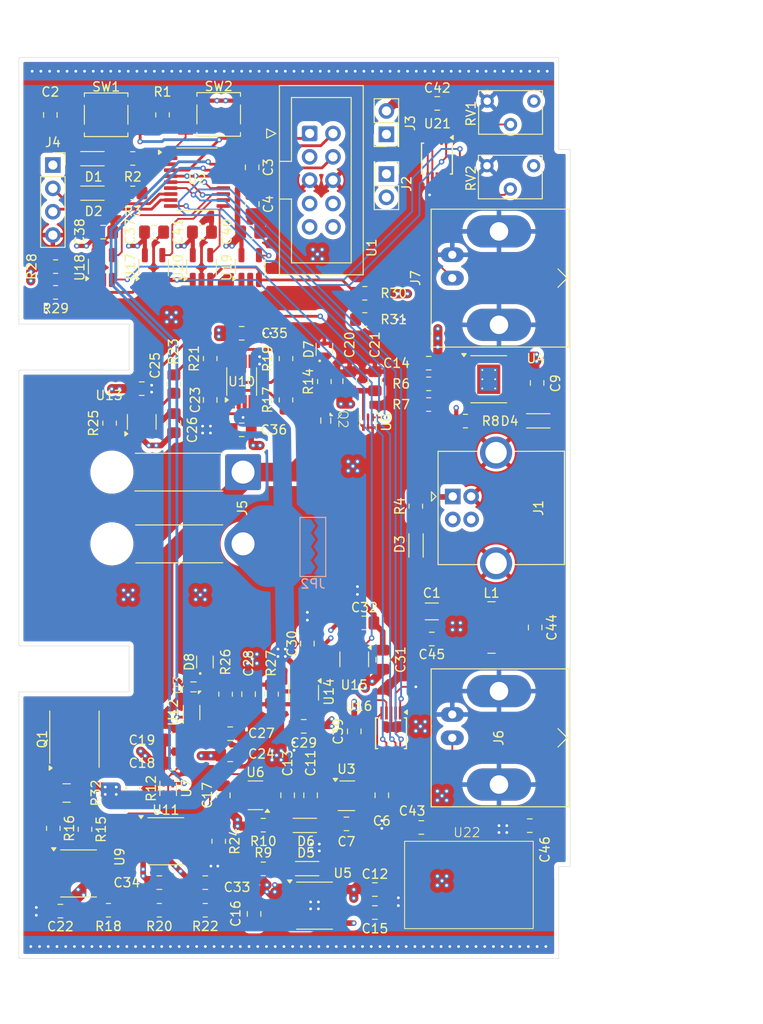
<source format=kicad_pcb>
(kicad_pcb (version 20240108) (generator "pcbnew") (generator_version "8.0")
  (layers (0 "F.Cu" signal) (1 "In1.Cu" signal) (2 "In2.Cu" signal) (31 "B.Cu" signal) (34 "B.Paste" user) (35 "F.Paste" user) (36 "B.SilkS" user "B.Silkscreen") (37 "F.SilkS" user "F.Silkscreen") (38 "B.Mask" user) (39 "F.Mask" user) (44 "Edge.Cuts" user))
  (net 0 "")
  (net 1 "+5V")
  (net 2 "GND")
  (net 3 "Net-(U1-~{RESET})")
  (net 4 "+3.3V")
  (net 5 "+5VA")
  (net 6 "GNDA")
  (net 7 "Net-(U3-C+)")
  (net 8 "Net-(U3-C-)")
  (net 9 "-3V")
  (net 10 "Net-(U5-SS)")
  (net 11 "+2V5")
  (net 12 "-2V5")
  (net 13 "Net-(C23-Pad2)")
  (net 14 "Net-(Q2-S)")
  (net 15 "Net-(Q3-S)")
  (net 16 "Net-(U15-+)")
  (net 17 "Net-(D1-A)")
  (net 18 "Net-(D2-A)")
  (net 19 "Net-(D3-A)")
  (net 20 "Net-(D4-A)")
  (net 21 "Net-(D6-K)")
  (net 22 "Net-(D7-K-Pad1)")
  (net 23 "Net-(D8-K-Pad1)")
  (net 26 "5V")
  (net 27 "3.3V")
  (net 28 "Net-(J4-Pin_2)")
  (net 29 "Net-(J4-Pin_3)")
  (net 30 "GNDS")
  (net 31 "/Pomiar prądu/IN+")
  (net 32 "/Sterowanie/UI")
  (net 33 "/Sterowanie/Uz")
  (net 34 "Net-(Q1-G)")
  (net 35 "Net-(Q1-S-Pad1)")
  (net 36 "Net-(Q2-G)")
  (net 37 "Net-(Q3-G)")
  (net 38 "Net-(U2-BOOT0)")
  (net 39 "Net-(U2-PF0)")
  (net 40 "Net-(U2-PF1)")
  (net 41 "Net-(U4-FB)")
  (net 42 "Net-(U7-OUT)")
  (net 43 "Net-(R15-Pad2)")
  (net 44 "Net-(U9-+)")
  (net 45 "Net-(R16-Pad1)")
  (net 46 "Net-(U9--)")
  (net 47 "Net-(R18-Pad1)")
  (net 48 "Net-(U11A--)")
  (net 49 "Net-(U10B--)")
  (net 50 "Net-(R20-Pad1)")
  (net 51 "Net-(R21-Pad2)")
  (net 52 "Net-(U11B--)")
  (net 53 "Net-(U13--)")
  (net 54 "/Pomiar prądu/V3")
  (net 55 "/Pomiar prądu/V1")
  (net 56 "Net-(U17-+)")
  (net 57 "Net-(U19--)")
  (net 58 "Net-(U21-S1)")
  (net 59 "Net-(U21-S2)")
  (net 60 "Net-(U1-SWCLK)")
  (net 62 "Net-(U1-SWDIO)")
  (net 63 "/Sterowanie/A0")
  (net 64 "/Sterowanie/DW3")
  (net 65 "/Sterowanie/UP2")
  (net 66 "/Sterowanie/UP1")
  (net 67 "/Pomiar prądu/M1")
  (net 68 "/Pomiar prądu/M3")
  (net 69 "/Sterowanie/DW2")
  (net 70 "/Pomiar prądu/M2")
  (net 71 "/Sterowanie/A1")
  (net 76 "/Pomiar prądu/V2")
  (net 77 "Net-(U22-+Vin)")
  (net 79 "Net-(D5-A)")
  (footprint "Capacitor_SMD:C_0805_2012Metric_Pad1.18x1.45mm_HandSolder" (layer "F.Cu") (at 114.9275 84.25)
    (property "Reference" "C41")
    (property "Value" "10n")
  )
  (footprint "Resistor_SMD:R_0805_2012Metric_Pad1.20x1.40mm_HandSolder" (layer "F.Cu") (at 107.3975 79.985)
    (property "Reference" "R3")
    (property "Value" "680")
  )
  (footprint "Capacitor_SMD:C_0805_2012Metric_Pad1.18x1.45mm_HandSolder" (layer "F.Cu") (at 111.7625 142)
    (property "Reference" "C18")
    (property "Value" "10n")
  )
  (footprint "Package_SON:WSON-6_1.5x1.5mm_P0.5mm" (layer "F.Cu") (at 111.25 144.75 -90)
    (property "Reference" "U7")
    (property "Value" "LM5112SDX/NOPB")
  )
  (footprint "Capacitor_SMD:C_0805_2012Metric_Pad1.18x1.45mm_HandSolder" (layer "F.Cu") (at 133.75 155.75)
    (property "Reference" "C12")
    (property "Value" "2.2u")
  )
  (footprint "Package_SO:SOIC-8-1EP_3.9x4.9mm_P1.27mm_EP2.514x3.2mm_ThermalVias" (layer "F.Cu") (at 146.1375 100.25)
    (property "Reference" "U4")
    (property "Value" "TPS7B86")
  )
  (footprint "Resistor_SMD:R_0805_2012Metric_Pad1.20x1.40mm_HandSolder" (layer "F.Cu") (at 132.65 93.75)
    (property "Reference" "R31")
    (property "Value" "10k")
  )
  (footprint "Capacitor_SMD:C_0805_2012Metric_Pad1.18x1.45mm_HandSolder" (layer "F.Cu") (at 119.25 105.75 180)
    (property "Reference" "C36")
    (property "Value" "100n")
  )
  (footprint "Capacitor_SMD:C_0805_2012Metric_Pad1.18x1.45mm_HandSolder" (layer "F.Cu") (at 120.3875 77.2 90)
    (property "Reference" "C3")
    (property "Value" "1u")
  )
  (footprint "Connector_IDC:IDC-Header_2x05_P2.54mm_Vertical" (layer "F.Cu") (at 126.6475 73.52)
    (property "Reference" "U1")
    (property "Value" "~")
  )
  (footprint "Capacitor_SMD:C_0805_2012Metric_Pad1.18x1.45mm_HandSolder" (layer "F.Cu") (at 111.875 105.025 90)
    (property "Reference" "C26")
    (property "Value" "100n")
  )
  (footprint "LED_SMD:LED_miniPLCC_2315_Handsoldering" (layer "F.Cu") (at 138.2 118.2 90)
    (property "Reference" "D3")
    (property "Value" "5V")
  )
  (footprint "Package_TO_SOT_SMD:SOT-523" (layer "F.Cu") (at 128.25 97 90)
    (property "Reference" "D7")
    (property "Value" "BAS70-04T")
  )
  (footprint "Capacitor_SMD:C_0805_2012Metric_Pad1.18x1.45mm_HandSolder" (layer "F.Cu") (at 119.25 95.25)
    (property "Reference" "C35")
    (property "Value" "100n")
  )
  (footprint "Resistor_SMD:R_0805_2012Metric_Pad1.20x1.40mm_HandSolder" (layer "F.Cu") (at 139.6 100.75)
    (property "Reference" "R6")
    (property "Value" "11k")
  )
  (footprint "Capacitor_SMD:C_0805_2012Metric_Pad1.18x1.45mm_HandSolder" (layer "F.Cu") (at 120 134.5 -90)
    (property "Reference" "C28")
    (property "Value" "100n")
  )
  (footprint "Package_TO_SOT_SMD:SOT-23-5_HandSoldering" (layer "F.Cu") (at 104.1775 88.1 90)
    (property "Reference" "U18")
    (property "Value" "TLV9020")
  )
  (footprint "Capacitor_SMD:C_0805_2012Metric_Pad1.18x1.45mm_HandSolder" (layer "F.Cu") (at 150.6 148.8 180)
    (property "Reference" "C46")
    (property "Value" "470p")
  )
  (footprint "Resistor_SMD:R_0805_2012Metric_Pad1.20x1.40mm_HandSolder" (layer "F.Cu") (at 115.825 98 90)
    (property "Reference" "R21")
    (property "Value" "10k")
  )
  (footprint "Connector_PinHeader_2.54mm:PinHeader_2x01_P2.54mm_Vertical" (layer "F.Cu") (at 135 73.61 90)
    (property "Reference" "J3")
    (property "Value" "Conn_02x01")
  )
  (footprint "Capacitor_SMD:C_0805_2012Metric_Pad1.18x1.45mm_HandSolder" (layer "F.Cu") (at 151.1875 127.25 90)
    (property "Reference" "C44")
    (property "Value" "4.7u")
  )
  (footprint "Resistor_SMD:R_0805_2012Metric_Pad1.20x1.40mm_HandSolder" (layer "F.Cu") (at 124.075 98 90)
    (property "Reference" "R19")
    (property "Value" "1k")
  )
  (footprint "Library:dcdc" (layer "F.Cu") (at 134.72 154.24 90)
    (property "Reference" "U22")
    (property "Value" "1769405141")
  )
  (footprint "Resistor_SMD:R_0805_2012Metric_Pad1.20x1.40mm_HandSolder" (layer "F.Cu") (at 99 88)
    (property "Reference" "R28")
    (property "Value" "1.1M")
  )
  (footprint "Resistor_SMD:R_0805_2012Metric_Pad1.20x1.40mm_HandSolder" (layer "F.Cu") (at 107.4 144.75 -90)
    (property "Reference" "R12")
    (property "Value" "1")
  )
  (footprint "Capacitor_SMD:C_0805_2012Metric_Pad1.18x1.45mm_HandSolder" (layer "F.Cu") (at 118 138.8)
    (property "Reference" "C27")
    (property "Value" "1u")
  )
  (footprint "Capacitor_SMD:C_0805_2012Metric_Pad1.18x1.45mm_HandSolder" (layer "F.Cu") (at 120.1775 84.25)
    (property "Reference" "C40")
    (property "Value" "10n")
  )
  (footprint "Capacitor_SMD:C_0805_2012Metric_Pad1.18x1.45mm_HandSolder" (layer "F.Cu") (at 134.6 130.75 90)
    (property "Reference" "C31")
    (property "Value" "100n")
  )
  (footprint "Connector_USB:USB_B_OST_USB-B1HSxx_Horizontal" (layer "F.Cu") (at 142.2225 113)
    (property "Reference" "J1")
    (property "Value" "USB_B")
  )
  (footprint "Resistor_SMD:R_0805_2012Metric_Pad1.20x1.40mm_HandSolder" (layer "F.Cu") (at 121.6 153.5 180)
    (property "Reference" "R9")
    (property "Value" "300")
  )
  (footprint "Capacitor_SMD:C_0805_2012Metric_Pad1.18x1.45mm_HandSolder" (layer "F.Cu") (at 98.4275 71.5 -90)
    (property "Reference" "C2")
    (property "Value" "100n")
  )
  (footprint "Button_Switch_SMD:SW_SPST_TL3305A" (layer "F.Cu") (at 104.5 71.485)
    (property "Reference" "SW1")
    (property "Value" "RESET")
  )
  (footprint "Package_TO_SOT_SMD:SOT-23-5" (layer "F.Cu") (at 108.375 104.8875 90)
    (property "Reference" "U13")
    (property "Value" "OPA376xxDBV")
  )
  (footprint "Package_TO_SOT_SMD:SOT-23-5_HandSoldering" (layer "F.Cu") (at 114.8775 88.1 90)
    (property "Reference" "U20")
    (property "Value" "TLV9020")
  )
  (footprint "Resistor_SMD:R_0805_2012Metric_Pad1.20x1.40mm_HandSolder" (layer "F.Cu") (at 143.6 104.8 180)
    (property "Reference" "R8")
    (property "Value" "680")
  )
  (footprint "Potentiometer_THT:Potentiometer_Bourns_3266W_Vertical" (layer "F.Cu") (at 151.05 70)
    (property "Reference" "RV1")
    (property "Value" "10k")
  )
  (footprint "Capacitor_SMD:C_0805_2012Metric_Pad1.18x1.45mm_HandSolder" (layer "F.Cu") (at 104.1775 84.25)
    (property "Reference" "C38")
    (property "Value" "10n")
  )
  (footprint "Resistor_SMD:R_0805_2012Metric_Pad1.20x1.40mm_HandSolder" (layer "F.Cu") (at 98.75 149.095 -90)
    (property "Reference" "R16")
    (property "Value" "~")
  )
  (footprint "Connector_PinHeader_2.54mm:PinHeader_2x01_P2.54mm_Vertical" (layer "F.Cu") (at 135 77.925 -90)
    (property "Reference" "J2")
    (property "Value" "Conn_02x01")
  )
  (footprint "Package_TO_SOT_SMD:SOT-23-5_HandSoldering" (layer "F.Cu") (at 120.1775 88.1 90)
    (property "Reference" "U19")
    (property "Value" "TLV9020")
  )
  (footprint "Capacitor_SMD:C_0805_2012Metric_Pad1.18x1.45mm_HandSolder" (layer "F.Cu") (at 124.25 145.5 90)
    (property "Reference" "C13")
    (property "Value" "2.2u")
  )
  (footprint "Resistor_SMD:R_0805_2012Metric_Pad1.20x1.40mm_HandSolder" (layer "F.Cu") (at 122.5 134.5 -90)
    (property "Reference" "R27")
    (property "Value" "100")
  )
  (footprint "Capacitor_SMD:C_0805_2012Metric_Pad1.18x1.45mm_HandSolder" (layer "F.Cu") (at 134.5 145.5 -90)
    (property "Reference" "C6")
    (property "Value" "10u")
  )
  (footprint "Capacitor_SMD:C_0805_2012Metric_Pad1.18x1.45mm_HandSolder" (layer "F.Cu") (at 120.6 158.4 -90)
    (property "Reference" "C16")
    (property "Value" "2.2u")
  )
  (footprint "Resistor_SMD:R_0805_2012Metric_Pad1.20x1.40mm_HandSolder" (layer "F.Cu") (at 138.2 114.05 90)
    (property "Reference" "R4")
    (property "Value" "1.5k")
  )
  (footprint "Resistor_SMD:R_0805_2012Metric_Pad1.20x1.40mm_HandSolder" (layer "F.Cu") (at 128.25 100.5 -90)
    (property "Reference" "R14")
    (property "Value" "1")
  )
  (footprint "Resistor_SMD:R_Shunt_Ohmite_LVK12" (layer "F.Cu") (at 100.2 145.25 -90)
    (property "Reference" "R32")
    (property "Value" "0R1")
  )
  (footprint "Capacitor_SMD:C_0805_2012Metric_Pad1.18x1.45mm_HandSolder" (layer "F.Cu") (at 131 100.4625 90)
    (property "Reference" "C20")
    (property "Value" "10n")
  )
  (footprint "Library:DFN606-3" (layer "F.Cu") (at 129.14 104.74 -90)
    (property "Reference" "Q2")
    (property "Value" "PMH600UNEH")
  )
  (footprint "Resistor_SMD:R_0805_2012Metric_Pad1.20x1.40mm_HandSolder" (layer "F.Cu") (at 102.2 149.2 90)
    (property "Reference" "R15")
    (property "Value" "~")
  )
  (footprint "Capacitor_SMD:C_0805_2012Metric_Pad1.18x1.45mm_HandSolder" (layer "F.Cu") (at 130.65 148.6075 180)
    (property "Reference" "C7")
    (property "Value" "1u")
  )
  (footprint "Capacitor_SMD:C_0805_2012Metric_Pad1.18x1.45mm_HandSolder" (layer "F.Cu") (at 120.4 81.2 -90)
    (property "Reference" "C4")
    (property "Value" "10n")
  )
  (footprint "LED_SMD:LED_miniPLCC_2315_Handsoldering" (layer "F.Cu") (at 103.1375 79.985)
    (property "Reference" "D2")
    (property "Value" "LED")
  )
  (footprint "Package_TO_SOT_SMD:SOT-23-6_Handsoldering" (layer "F.Cu") (at 130.65 145.55)
    (property "Reference" "U3")
    (property "Value" "LTC1983")
  )
  (footprint "LED_SMD:LED_miniPLCC_2315_Handsoldering" (layer "F.Cu") (at 126.25 153.5 180)
    (property "Reference" "D5")
    (property "Value" "2.5V")
  )
  (footprint "Capacitor_SMD:C_0805_2012Metric_Pad1.18x1.45mm_HandSolder" (layer "F.Cu") (at 110.2875 155)
    (property "Reference" "C34")
    (property "Value" "100n")
  )
  (footprint "Resistor_SMD:R_0805_2012Metric_Pad1.20x1.40mm_HandSolder" (layer "F.Cu") (at 121.6 148.75)
    (property "Reference" "R10")
    (property "Value" "300")
  )
  (footprint "Package_SON:WSON-6_1.5x1.5mm_P0.5mm" (layer "F.Cu") (at 113.8 136.5 90)
    (property "Reference" "U12")
    (property "Value" "LM5112SDX/NOPB")
  )
  (footprint "Capacitor_SMD:C_0805_2012Metric_Pad1.18x1.45mm_HandSolder" (layer "F.Cu") (at 139.6 98.5 180)
    (property "Reference" "C14")
    (property "Value" "10u")
  )
  (footprint "Package_TO_SOT_SMD:SOT-23-5_HandSoldering" (layer "F.Cu") (at 126 134.25 -90)
    (property "Reference" "U14")
    (property "Value" "OPA328")
  )
  (footprint "Capacitor_SMD:C_0805_2012Metric_Pad1.18x1.45mm_HandSolder" (layer "F.Cu") (at 111.7625 139.5)
    (property "Reference" "C19")
    (property "Value" "1u")
  )
  (footprint "Connector_Wire:SolderWire-2sqmm_1x02_P7.8mm_D2mm_OD3.9mm_Relief" (layer "F.Cu") (at 119.4 110.35 -90)
    (property "Reference" "J5")
    (property "Value" "DUT")
  )
  (footprint "Capacitor_SMD:C_0805_2012Metric_Pad1.18x1.45mm_HandSolder" (layer "F.Cu") (at 118 141.1)
    (property "Reference" "C24")
    (property "Value" "10n")
  )
  (footprint "Resistor_SMD:R_0805_2012Metric_Pad1.20x1.40mm_HandSolder" (layer "F.Cu") (at 124.075 102.5 90)
    (property "Reference" "R17")
    (property "Value" "10k")
  )
  (footprint "LED_SMD:LED_miniPLCC_2315_Handsoldering" (layer "F.Cu") (at 151.4 104.8 180)
    (property "Reference" "D4")
    (property "Value" "3.3V")
  )
  (footprint "Package_TO_SOT_SMD:SOT-23-5" (layer "F.Cu") (at 131.5 130.7125 -90)
    (property "Reference" "U15")
    (property "Value" "OPA376xxDBV")
  )
  (footprint "Package_TO_SOT_SMD:SOT-23-5_HandSoldering" (layer "F.Cu") (at 109.665 88.1 90)
    (property "Reference" "U17")
    (property "Value" "TLV9020")
  )
  (footprint "Package_SO:MSOP-10_3x3mm_P0.5mm" (layer "F.Cu") (at 140.5 76.25 -90)
    (property "Reference" "U21")
    (property "Value" "ADG704")
  )
  (footprint "Resistor_SMD:R_0805_2012Metric_Pad1.20x1.40mm_HandSolder" (layer "F.Cu") (at 115.2875 158)
    (property "Reference" "R22")
    (property "Value" "10k")
  )
  (footprint "LED_SMD:LED_miniPLCC_2315_Handsoldering" (layer "F.Cu") (at 103.1375 76.235)
    (property "Reference" "D1")
    (property "Value" "LED")
  )
  (footprint "Package_SO:TSSOP-20_4.4x6.5mm_P0.65mm" (layer "F.Cu") (at 114.3875 78.485)
    (property "Reference" "U2")
    (property "Value" "STM32F031F4Px")
  )
  (footprint "Connector_Coaxial:BNC_Amphenol_B6252HB-NPP3G-50_Horizontal" (layer "F.Cu") (at 142.17 89.25 -90)
    (property "Reference" "J7")
    (property "Value" "Zakres")
  )
  (footprint "Package_SO:VSSOP-8_3.0x3.0mm_P0.65mm" (layer "F.Cu") (at 119.25 100.5 90)
    (property "Reference" "U10")
    (property "Value" "OPA2328")
  )
  (footprint "Resistor_SMD:R_0805_2012Metric_Pad1.20x1.40mm_HandSolder" (layer "F.Cu") (at 110.6375 71.5 -90)
    (property "Reference" "R1")
    (property "Value" "10k")
  )
  (footprint "Resistor_SMD:R_0805_2012Metric_Pad1.20x1.40mm_HandSolder" (layer "F.Cu") (at 117.5 134.5 -90)
    (property "Reference" "R26")
    (property "Value" "1")
  )
  (footprint "Package_SO:SOIC-8-1EP_3.9x4.9mm_P1.27mm_EP2.29x3mm" (layer "F.Cu") (at 127.18 157.5)
    (property "Reference" "U5")
    (property "Value" "ADP7142ARDZ-2.5")
  )
  (footprint "Capacitor_SMD:C_0805_2012Metric_Pad1.18x1.45mm_HandSolder" (layer "F.Cu") (at 126.75 145.5 -90)
    (property "Reference" "C11")
    (property "Value" "10u")
  )
  (footprint "Package_SO:SOIC-8_3.9x4.9mm_P1.27mm" (layer "F.Cu") (at 111 150.5)
    (property "Reference" "U11")
    (property "Value" "OPA2376xxD")
  )
  (footprint "Capacitor_SMD:C_0805_2012Metric_Pad1.18x1.45mm_HandSolder" (layer "F.Cu") (at 115.825 102.5 90)
    (property "Reference" "C23")
    (property "Value" "20p")
  )
  (footprint "Capacitor_SMD:C_0805_2012Metric_Pad1.18x1.45mm_HandSolder" (layer "F.Cu") (at 117.25 145.5 -90)
    (property "Reference" "C17")
    (property "Value" "2.2u")
  )
  (footprint "Capacitor_SMD:C_0805_2012Metric_Pad1.18x1.45mm_HandSolder" (layer "F.Cu") (at 133.75 158.25)
    (property "Reference" "C15")
    (property "Value" "1n")
  )
  (footprint "Resistor_SMD:R_0805_2012Metric_Pad1.20x1.40mm_HandSolder" (layer "F.Cu") (at 104.75 158)
    (property "Reference" "R18")
    (property "Value" "5k")
  )
  (footprint "Package_TO_SOT_SMD:TDSON-8-1" (layer "F.Cu") (at 101.05 139.4 90)
    (property "Reference" "Q1")
    (property "Value" "TPHR6503PL1")
  )
  (footprint "Package_TO_SOT_SMD:TSOT-23-5" (layer "F.Cu") (at 120.75 145.5 180)
    (property "Reference" "U6")
    (property "Value" "ADP7182AUJZ-2.5")
  )
  (footprint "Potentiometer_THT:Potentiometer_Bourns_3266W_Vertical" (layer "F.Cu") (at 151.025 77.025)
    (property "Reference" "RV2")
    (property "Value" "10k")
  )
  (footprint "Connector_Coaxial:BNC_Amphenol_B6252HB-NPP3G-50_Horizontal" (layer "F.Cu") (at 142.17 139.25 -90)
    (property "Reference" "J6")
    (property "Value" "U(I)")
  )
  (footprint "Capacitor_SMD:C_1206_3216Metric_Pad1.33x1.80mm_HandSolder" (layer "F.Cu") (at 139.9375 125.5 180)
    (property "Reference" "C1")
    (property "Value" "22u")
  )
  (footprint "Capacitor_SMD:C_0805_2012Metric_Pad1.18x1.45mm_HandSolder" (layer "F.Cu") (at 126.4 129 90)
    (property "Reference" "C30")
    (property "Value" "100n")
  )
  (footprint "Resistor_SMD:R_0805_2012Metric_Pad1.20x1.40mm_HandSolder" (layer "F.Cu") (at 99 90.8 180)
    (property "Reference" "R29")
    (property "Value" "220")
  )
  (footprint "LED_SMD:LED_miniPLCC_2315_Handsoldering" (layer "F.Cu") (at 126.25 148.75)
    (property "Reference" "D6")
    (property "Value" "-2.5V")
  )
  (footprint "Capacitor_SMD:C_0805_2012Metric_Pad1.18x1.45mm_HandSolder" (layer "F.Cu") (at 132.6 126.75)
    (property "Reference" "C32")
    (property "Value" "100n")
  )
  (footprint "Capacitor_SMD:C_0805_2012Metric_Pad1.18x1.45mm_HandSolder" (layer "F.Cu") (at 151.4 100.655 -90)
    (property "Reference" "C9")
    (property "Value" "1u")
  )
  (footprint "Capacitor_SMD:C_0805_2012Metric_Pad1.18x1.45mm_HandSolder" (layer "F.Cu") (at 131.5 138.55 -90)
    (property "Reference" "C39")
    (property "Value" "100n")
  )
  (footprint "Resistor_SMD:R_0805_2012Metric_Pad1.20x1.40mm_HandSolder" (layer "F.Cu") (at 107.3975 76.235)
    (property "Reference" "R2")
    (property "Value" "680")
  )
  (footprint "Package_TO_SOT_SMD:SOT-523" (layer "F.Cu") (at 115.25 131 90)
    (property "Reference" "D8")
    (property "Value" "BAS70-04T")
  )
  (footprint "Capacitor_SMD:C_0805_2012Metric_Pad1.18x1.45mm_HandSolder" (layer "F.Cu") (at 109.715 84.25)
    (property "Reference" "C37")
    (property "Value" "10n")
  )
  (footprint "Inductor_SMD:L_Wuerth_WE-PD2-Typ-MS" (layer "F.Cu") (at 146.4375 127.25)
    (property "Reference" "L1")
    (property "Value" "6.8u")
  )
  (footprint "Library:DFN606-3" (layer "F.Cu") (at 114.01 134.4475 180)
    (property "Reference" "Q3")
    (property "Value" "PMH600UNEH")
  )
  (footprint "Capacitor_SMD:C_0805_2012Metric_Pad1.18x1.45mm_HandSolder" (layer "F.Cu") (at 115.2875 155)
    (property "Reference" "C33")
    (property "Value" "100n")
  )
  (footprint "Capacitor_SMD:C_0805_2012Metric_Pad1.18x1.45mm_HandSolder" (layer "F.Cu") (at 126 138 180)
    (property "Reference" "C29")
    (property "Value" "100n")
  )
  (footprint "Capacitor_SMD:C_0805_2012Metric_Pad1.18x1.45mm_HandSolder" (layer "F.Cu") (at 140.5375 70.25)
    (property "Reference" "C42")
    (property "Value" "100n")
  )
  (footprint "Capacitor_SMD:C_0805_2012Metric_Pad1.18x1.45mm_HandSolder" (layer "F.Cu") (at 99.525 158.095 180)
    (property "Reference" "C22")
    (property "Value" "100n")
  )
  (footprint "Resistor_SMD:R_0805_2012Metric_Pad1.20x1.40mm_HandSolder" (layer "F.Cu") (at 110.2875 158 180)
    (property "Reference" "R20")
    (property "Value" "1k")
  )
  (footprint "Capacitor_SMD:C_0805_2012Metric_Pad1.18x1.45mm_HandSolder" (layer "F.Cu") (at 108.375 101.275)
    (property "Reference" "C25")
    (property "Value" "100n")
  )
  (footprint "Resistor_SMD:R_0805_2012Metric_Pad1.20x1.40mm_HandSolder" (layer "F.Cu") (at 132.65 90.9 180)
    (property "Reference" "R30")
    (property "Value" "10k")
  )
  (footprint "Resistor_SMD:R_0805_2012Metric_Pad1.20x1.40mm_HandSolder" (layer "F.Cu") (at 139.6 103)
    (property "Reference" "R7")
    (property "Value" "2.7k")
  )
  (footprint "Resistor_SMD:R_0805_2012Metric_Pad1.20x1.40mm_HandSolder" (layer "F.Cu") (at 116.75 150.5 90)
    (property "Reference" "R24")
    (property "Value" "10k")
  )
  (footprint "Package_SON:WSON-6_1.5x1.5mm_P0.5mm" (layer "F.Cu") (at 133 104.925 -90)
    (property "Reference" "U8")
    (property "Value" "LM5112SDX/NOPB")
  )
  (footprint "Resistor_SMD:R_0805_2012Metric_Pad1.20x1.40mm_HandSolder" (layer "F.Cu") (at 111.875 100.775 -90)
    (property "Reference" "R23")
    (property "Value" "10k")
  )
  (footprint "Capacitor_SMD:C_0805_2012Metric_Pad1.18x1.45mm_HandSolder" (layer "F.Cu") (at 133.75 100.4625 90)
    (property "Reference" "C21")
    (property "Value" "1u")
  )
  (footprint "Button_Switch_SMD:SW_SPST_TL3305A" (layer "F.Cu") (at 116.75 71.4475)
    (property "Reference" "SW2")
    (property "Value" "BOOT0")
  )
  (footprint "Package_SO:SOIC-8_3.9x4.9mm_P1.27mm" (layer "F.Cu") (at 101.5 154)
    (property "Reference" "U9")
    (property "Value" "INA296A3")
  )
  (footprint "Capacitor_SMD:C_0805_2012Metric_Pad1.18x1.45mm_HandSolder" (layer "F.Cu") (at 139.9375 128.5 180)
    (property "Reference" "C45")
    (property "Value" "4.7u")
  )
  (footprint "Package_SO:MSOP-10_3x3mm_P0.5mm" (layer "F.Cu") (at 135.5 138.75 -90)
    (property "Reference" "U16")
    (property "Value" "ADG704")
  )
  (footprint "Connector_PinSocket_2.54mm:PinSocket_1x04_P2.54mm_Vertical" (layer "F.Cu") (at 98.7025 76.95)
    (property "Reference" "J4")
    (property "Value" "UART")
  )
  (footprint "Capacitor_SMD:C_0805_2012Metric_Pad1.18x1.45mm_HandSolder" (layer "F.Cu") (at 138.8 149)
    (property "Reference" "C43")
    (property "Value" "10u")
  )
  (footprint "Resistor_SMD:R_0805_2012Metric_Pad1.20x1.40mm_HandSolder" (layer "F.Cu") (at 104.875 105.025 -90)
    (property "Reference" "R25")
    (property "Value" "10k")
  )
  (footprint "Jumper:SolderJumper-2_P1.3mm_Open_TrianglePad1.0x1.5mm" (layer "B.Cu") (at 126.998214 120.7)
    (property "Reference" "JP2")
    (property "Value" "SolderJumper_2_Open")
  )
  (gr_line (start 153.75 65.25) (end 153.75 75.25) (stroke (width 0.05)) (layer "Edge.Cuts"))
  (gr_line (start 155 153.25) (end 153.75 153.25) (stroke (width 0.05)) (layer "Edge.Cuts"))
  (gr_line (start 95 163.25) (end 95 134.25) (stroke (width 0.05)) (layer "Edge.Cuts"))
  (gr_line (start 95 94.25) (end 95 65.25) (stroke (width 0.05)) (layer "Edge.Cuts"))
  (gr_line (start 153.75 153.25) (end 153.75 163.25) (stroke (width 0.05)) (layer "Edge.Cuts"))
  (gr_line (start 95 99.25) (end 107 99.25) (stroke (width 0.05)) (layer "Edge.Cuts"))
  (gr_line (start 107 134.25) (end 107 129.25) (stroke (width 0.05)) (layer "Edge.Cuts"))
  (gr_line (start 107 129.25) (end 95 129.25) (stroke (width 0.05)) (layer "Edge.Cuts"))
  (gr_line (start 107 94.25) (end 95 94.25) (stroke (width 0.05)) (layer "Edge.Cuts"))
  (gr_line (start 95 129.25) (end 95 99.25) (stroke (width 0.05)) (layer "Edge.Cuts"))
  (gr_line (start 95 134.25) (end 107 134.25) (stroke (width 0.05)) (layer "Edge.Cuts"))
  (gr_line (start 95 65.25) (end 153.75 65.25) (stroke (width 0.05)) (layer "Edge.Cuts"))
  (gr_line (start 107 99.25) (end 107 94.25) (stroke (width 0.05)) (layer "Edge.Cuts"))
  (gr_line (start 153.75 163.25) (end 95 163.25) (stroke (width 0.05)) (layer "Edge.Cuts"))
  (gr_line (start 155 75.25) (end 155 153.25) (stroke (width 0.05)) (layer "Edge.Cuts"))
  (gr_line (start 153.75 75.25) (end 155 75.25) (stroke (width 0.05)) (layer "Edge.Cuts"))
  (segment (start 108.25 140.7) (end 109.55 142) (width 1) (layer "F.Cu") (net 1))
  (segment (start 110.75 144.175) (end 110.75 142.025) (width 0.3048) (layer "F.Cu") (net 1))
  (segment (start 115.4 138.8) (end 116.9625 138.8) (width 0.3048) (layer "F.Cu") (net 1))
  (segment (start 130.05 102.95) (end 131.1 102.95) (width 1) (layer "F.Cu") (net 1))
  (segment (start 132.4 101.5) (end 133.75 101.5) (width 0.6096) (layer "F.Cu") (net 1))
  (segment (start 151.35 97.55) (end 149.57 97.55) (width 0.6096) (layer "F.Cu") (net 1))
  (segment (start 151.3975 99.615) (end 151.4 99.6175) (width 1) (layer "F.Cu") (net 1))
  (segment (start 110.725 142) (end 110.725 139.5) (width 0.6096) (layer "F.Cu") (net 1))
  (segment (start 140.975 128.5) (end 141.5 127.975) (width 2.032) (layer "F.Cu") (net 1))
  (segment (start 116.9625 141.1) (end 116.9625 138.8) (width 0.6096) (layer "F.Cu") (net 1))
  (segment (start 148.775 98.345) (end 151.305 98.345) (width 1) (layer "F.Cu") (net 1))
  (segment (start 130.05 102.45) (end 131 101.5) (width 1) (layer "F.Cu") (net 1))
  (segment (start 142.1725 113.05) (end 142.2225 113) (width 0.6096) (layer "F.Cu") (net 1))
  (segment (start 141.5 125.5) (end 142.7575 125.5) (width 2.032) (layer "F.Cu") (net 1))
  (segment (start 148.775 99.615) (end 151.3975 99.615) (width 1) (layer "F.Cu") (net 1))
  (segment (start 150.75 98.9) (end 151.305 98.345) (width 1) (layer "F.Cu") (net 1))
  (segment (start 151.35 98.3) (end 151.35 99.5675) (width 0.6096) (layer "F.Cu") (net 1))
  (segment (start 151.35 99.5675) (end 151.4 99.6175) (width 0.6096) (layer "F.Cu") (net 1))
  (segment (start 131 102.85) (end 131.1 102.95) (width 0.6096) (layer "F.Cu") (net 1))
  (segment (start 109.55 142) (end 110.725 142) (width 1) (layer "F.Cu") (net 1))
  (segment (start 140.975 128.5) (end 143.2575 128.5) (width 2.032) (layer "F.Cu") (net 1))
  (segment (start 148.775 99.615) (end 148.775 98.9) (width 1) (layer "F.Cu") (net 1))
  (segment (start 148.775 98.9) (end 148.775 98.345) (width 1) (layer "F.Cu") (net 1))
  (segment (start 115.9 141.2) (end 116.8625 141.2) (width 1) (layer "F.Cu") (net 1))
  (segment (start 132.5 104.35) (end 132.5 101.6) (width 0.3048) (layer "F.Cu") (net 1))
  (segment (start 132.5 101.6) (end 132.4 101.5) (width 0.3048) (layer "F.Cu") (net 1))
  (segment (start 141.5 125.95) (end 142.85 127.3) (width 2.032) (layer "F.Cu") (net 1))
  (segment (start 143.2575 128.5) (end 144.5075 127.25) (width 2.032) (layer "F.Cu") (net 1))
  (segment (start 130.05 102.95) (end 130.05 102.45) (width 1) (layer "F.Cu") (net 1))
  (segment (start 131 101.5) (end 131 102.85) (width 0.6096) (layer "F.Cu") (net 1))
  (segment (start 149.57 97.55) (end 148.775 98.345) (width 0.6096) (layer "F.Cu") (net 1))
  (segment (start 114.85 141.2) (end 116.8625 141.2) (width 1) (layer "F.Cu") (net 1))
  (segment (start 114.3 137.075) (end 114.3 137.7) (width 0.3048) (layer "F.Cu") (net 1))
  (segment (start 141.5 125.5) (end 141.5 125.95) (width 2.032) (layer "F.Cu") (net 1))
  (segment (start 138.2 113.05) (end 142.1725 113.05) (width 0.6096) (layer "F.Cu") (net 1))
  (segment (start 148.775 98.9) (end 150.75 98.9) (width 1) (layer "F.Cu") (net 1))
  (segment (start 151.305 98.345) (end 151.35 98.3) (width 1) (layer "F.Cu") (net 1))
  (segment (start 151.35 97.55) (end 151.35 98.3) (width 0.6096) (layer "F.Cu") (net 1))
  (segment (start 131 101.5) (end 132.4 101.5) (width 0.6096) (layer "F.Cu") (net 1))
  (segment (start 142.7575 125.5) (end 144.5075 127.25) (width 2.032) (layer "F.Cu") (net 1))
  (segment (start 114.3 137.7) (end 115.4 138.8) (width 0.3048) (layer "F.Cu") (net 1))
  (segment (start 116.8625 141.2) (end 116.9625 141.1) (width 1) (layer "F.Cu") (net 1))
  (segment (start 110.75 142.025) (end 110.725 142) (width 0.3048) (layer "F.Cu") (net 1))
  (via (at 108.75 141.2) (size 0.6) (drill 0.3) (layers "F.Cu" "B.Cu") (net 1))
  (via (at 143.05 126.75) (size 0.6) (drill 0.3) (layers "F.Cu" "B.Cu") (net 1))
  (via (at 143.05 127.5) (size 0.6) (drill 0.3) (layers "F.Cu" "B.Cu") (net 1))
  (via (at 151.35 97.55) (size 0.6) (drill 0.3) (layers "F.Cu" "B.Cu") (net 1))
  (via (at 108.25 140.7) (size 0.6) (drill 0.3) (layers "F.Cu" "B.Cu") (net 1))
  (via (at 130.05 102.95) (size 0.6) (drill 0.3) (layers "F.Cu" "B.Cu") (net 1))
  (via (at 115.9 141.2) (size 0.6) (drill 0.3) (layers "F.Cu" "B.Cu") (net 1))
  (via (at 151.35 98.3) (size 0.6) (drill 0.3) (layers "F.Cu" "B.Cu") (net 1))
  (via (at 131.1 102.95) (size 0.6) (drill 0.3) (layers "F.Cu" "B.Cu") (net 1))
  (via (at 142.2 126.75) (size 0.6) (drill 0.3) (layers "F.Cu" "B.Cu") (net 1))
  (via (at 114.85 141.2) (size 0.6) (drill 0.3) (layers "F.Cu" "B.Cu") (net 1))
  (via (at 142.2 127.5) (size 0.6) (drill 0.3) (layers "F.Cu" "B.Cu") (net 1))
  (segment (start 148.775 102.155) (end 150.9375 102.155) (width 0.4572) (layer "F.Cu") (net 2))
  (segment (start 111.25 143.55) (end 112.8 142) (width 0.2) (layer "F.Cu") (net 2))
  (segment (start 133 105.5) (end 133 104.35) (width 0.2) (layer "F.Cu") (net 2))
  (segment (start 141.575 71.275) (end 141.575 70.25) (width 0.2) (layer "F.Cu") (net 2))
  (segment (start 114.8775 85.3375) (end 115.965 84.25) (width 0.3048) (layer "F.Cu") (net 2))
  (segment (start 120.3875 76.409999) (end 120.3875 76.1625) (width 0.3048) (layer "F.Cu") (net 2))
  (segment (start 114.8775 89.45) (end 114.8775 85.3375) (width 0.3048) (layer "F.Cu") (net 2))
  (segment (start 135.5 136.55) (end 135.5 133.95) (width 0.2) (layer "F.Cu") (net 2))
  (segment (start 135.5 133.95) (end 138.9 130.55) (width 0.2) (layer "F.Cu") (net 2))
  (segment (start 111.25 145.325) (end 111.25 144.175) (width 0.2) (layer "F.Cu") (net 2))
  (segment (start 112.8 142) (end 112.8 139.5) (width 0.6096) (layer "F.Cu") (net 2))
  (segment (start 140.5 72.35) (end 141.575 71.275) (width 0.2) (layer "F.Cu") (net 2))
  (segment (start 113.8 137.075) (end 113.8 135.925) (width 0.2) (layer "F.Cu") (net 2))
  (segment (start 131 99.425) (end 133.75 99.425) (width 0.6096) (layer "F.Cu") (net 2))
  (segment (start 121.215 83.0525) (end 120.4 82.2375) (width 1) (layer "F.Cu") (net 2))
  (segment (start 113.3 135.925) (end 113.8 135.925) (width 0.2) (layer "F.Cu") (net 2))
  (segment (start 111.75 145.325) (end 111.25 145.325) (width 0.2) (layer "F.Cu") (net 2))
  (segment (start 133 105.5) (end 133.5 105.5) (width 0.2) (layer "F.Cu") (net 2))
  (segment (start 138.9 130.55) (end 138.9 128.5) (width 0.2) (layer "F.Cu") (net 2))
  (segment (start 150.9375 102.155) (end 151.4 101.6925) (width 0.4572) (layer "F.Cu") (net 2))
  (segment (start 117.25 78.81) (end 117.987499 78.81) (width 0.3048) (layer "F.Cu") (net 2))
  (segment (start 109.665 89.45) (end 109.665 85.3375) (width 0.3048) (layer "F.Cu") (net 2))
  (segment (start 140.5 74.05) (end 140.5 72.35) (width 0.2) (layer "F.Cu") (net 2))
  (segment (start 109.665 85.3375) (end 110.7525 84.25) (width 0.3048) (layer "F.Cu") (net 2))
  (segment (start 111.25 144.175) (end 111.25 143.55) (width 0.2) (layer "F.Cu") (net 2))
  (segment (start 104.1775 89.45) (end 104.1775 85.2875) (width 0.3048) (layer "F.Cu") (net 2))
  (segment (start 121.215 84.25) (end 121.215 83.0525) (width 1) (layer "F.Cu") (net 2))
  (segment (start 104.1775 85.2875) (end 105.215 84.25) (width 0.3048) (layer "F.Cu") (net 2))
  (segment (start 117.987499 78.81) (end 120.3875 76.409999) (width 0.3048) (layer "F.Cu") (net 2))
  (via (at 123.05 66.75) (size 0.6) (drill 0.3) (layers "F.Cu" "B.Cu") (net 2))
  (via (at 136.35 66.75) (size 0.6) (drill 0.3) (layers "F.Cu" "B.Cu") (net 2))
  (via (at 142.85 161.95) (size 0.6) (drill 0.3) (layers "F.Cu" "B.Cu") (net 2))
  (via (at 98.35 66.75) (size 0.6) (drill 0.3) (layers "F.Cu" "B.Cu") (net 2))
  (via (at 103.1 66.75) (size 0.6) (drill 0.3) (layers "F.Cu" "B.Cu") (net 2))
  (via (at 135.25 161.95) (size 0.6) (drill 0.3) (layers "F.Cu" "B.Cu") (net 2))
  (via (at 148.7 66.75) (size 0.6) (drill 0.3) (layers "F.Cu" "B.Cu") (net 2))
  (via (at 115.25 124.2) (size 0.6) (drill 0.3) (layers "F.Cu" "B.Cu") (net 2))
  (via (at 119.1 161.95) (size 0.6) (drill 0.3) (layers "F.Cu" "B.Cu") (net 2))
  (via (at 137.3 66.75) (size 0.6) (drill 0.3) (layers "F.Cu" "B.Cu") (net 2))
  (via (at 119.25 66.75) (size 0.6) (drill 0.3) (layers "F.Cu" "B.Cu") (net 2))
  (via (at 130.85 110.2) (size 0.6) (drill 0.3) (layers "F.Cu" "B.Cu") (net 2))
  (via (at 102 161.95) (size 0.6) (drill 0.3) (layers "F.Cu" "B.Cu") (net 2))
  (via (at 109.75 66.75) (size 0.6) (drill 0.3) (layers "F.Cu" "B.Cu") (net 2))
  (via (at 140.55 154.3) (size 0.6) (drill 0.3) (layers "F.Cu" "B.Cu") (net 2))
  (via (at 97.4 66.75) (size 0.6) (drill 0.3) (layers "F.Cu" "B.Cu") (net 2))
  (via (at 133.5 66.75) (size 0.6) (drill 0.3) (layers "F.Cu" "B.Cu") (net 2))
  (via (at 130.5 161.95) (size 0.6) (drill 0.3) (layers "F.Cu" "B.Cu") (net 2))
  (via (at 121.95 161.95) (size 0.6) (drill 0.3) (layers "F.Cu" "B.Cu") (net 2))
  (via (at 149.5 161.95) (size 0.6) (drill 0.3) (layers "F.Cu" "B.Cu") (net 2))
  (via (at 100.1 161.95) (size 0.6) (drill 0.3) (layers "F.Cu" "B.Cu") (net 2))
  (via (at 105.95 66.75) (size 0.6) (drill 0.3) (layers "F.Cu" "B.Cu") (net 2))
  (via (at 141.55 145.05) (size 0.6) (drill 0.3) (layers "F.Cu" "B.Cu") (net 2))
  (via (at 99.15 161.95) (size 0.6) (drill 0.3) (layers "F.Cu" "B.Cu") (net 2))
  (via (at 147.6 161.95) (size 0.6) (drill 0.3) (layers "F.Cu" "B.Cu") (net 2))
  (via (at 124 66.75) (size 0.6) (drill 0.3) (layers "F.Cu" "B.Cu") (net 2))
  (via (at 121 161.95) (size 0.6) (drill 0.3) (layers "F.Cu" "B.Cu") (net 2))
  (via (at 111.1 93) (size 0.6) (drill 0.3) (layers "F.Cu" "B.Cu") (net 2))
  (via (at 139.05 161.95) (size 0.6) (drill 0.3) (layers "F.Cu" "B.Cu") (net 2))
  (via (at 103.9 161.95) (size 0.6) (drill 0.3) (layers "F.Cu" "B.Cu") (net 2))
  (via (at 107.85 66.75) (size 0.6) (drill 0.3) (layers "F.Cu" "B.Cu") (net 2))
  (via (at 108.65 161.95) (size 0.6) (drill 0.3) (layers "F.Cu" "B.Cu") (net 2))
  (via (at 136.2 161.95) (size 0.6) (drill 0.3) (layers "F.Cu" "B.Cu") (net 2))
  (via (at 137.15 161.95) (size 0.6) (drill 0.3) (layers "F.Cu" "B.Cu") (net 2))
  (via (at 145.7 161.95) (size 0.6) (drill 0.3) (layers "F.Cu" "B.Cu") (net 2))
  (via (at 114.75 123.7) (size 0.6) (drill 0.3) (layers "F.Cu" "B.Cu") (net 2))
  (via (at 131.85 110.2) (size 0.6) (drill 0.3) (layers "F.Cu" "B.Cu") (net 2))
  (via (at 111.1 94) (size 0.6) (drill 0.3) (layers "F.Cu" "B.Cu") (net 2))
  (via (at 138.2 137.5) (size 0.6) (drill 0.3) (layers "F.Cu" "B.Cu") (net 2))
  (via (at 122.1 66.75) (size 0.6) (drill 0.3) (layers "F.Cu" "B.Cu") (net 2))
  (via (at 133.35 161.95) (size 0.6) (drill 0.3) (layers "F.Cu" "B.Cu") (net 2))
  (via (at 125.75 161.95) (size 0.6) (drill 0.3) (layers "F.Cu" "B.Cu") (net 2))
  (via (at 98.2 161.95) (size 0.6) (drill 0.3) (layers "F.Cu" "B.Cu") (net 2))
  (via (at 140.55 146.05) (size 0.6) (drill 0.3) (layers "F.Cu" "B.Cu") (net 2))
  (via (at 106.75 161.95) (size 0.6) (drill 0.3) (layers "F.Cu" "B.Cu") (net 2))
  (via (at 128.6 161.95) (size 0.6) (drill 0.3) (layers "F.Cu" "B.Cu") (net 2))
  (via (at 141.55 155.3) (size 0.6) (drill 0.3) (layers "F.Cu" "B.Cu") (net 2))
  (via (at 141.55 154.3) (size 0.6) (drill 0.3) (layers "F.Cu" "B.Cu") (net 2))
  (via (at 141.05 154.8) (size 0.6) (drill 0.3) (layers "F.Cu" "B.Cu") (net 2))
  (via (at 130.85 109.2) (size 0.6) (drill 0.3) (layers "F.Cu" "B.Cu") (net 2))
  (via (at 138.2 138.5) (size 0.6) (drill 0.3) (layers "F.Cu" "B.Cu") (net 2))
  (via (at 106.4 124.2) (size 0.6) (drill 0.3) (layers "F.Cu" "B.Cu") (net 2))
  (via (at 135.4 66.75) (size 0.6) (drill 0.3) (layers "F.Cu" "B.Cu") (net 2))
  (via (at 138.25 66.75) (size 0.6) (drill 0.3) (layers "F.Cu" "B.Cu") (net 2))
  (via (at 112.45 161.95) (size 0.6) (drill 0.3) (layers "F.Cu" "B.Cu") (net 2))
  (via (at 96.3 161.95) (size 0.6) (drill 0.3) (layers "F.Cu" "B.Cu") (net 2))
  (via (at 127 86.15) (size 0.6) (drill 0.3) (layers "F.Cu" "B.Cu") (net 2))
  (via (at 97.25 161.95) (size 0.6) (drill 0.3) (layers "F.Cu" "B.Cu") (net 2))
  (via (at 123.55 141.65) (size 0.6) (drill 0.3) (layers "F.Cu" "B.Cu") (net 2))
  (via (at 102.95 161.95) (size 0.6) (drill 0.3) (layers "F.Cu" "B.Cu") (net 2))
  (via (at 126.85 66.75) (size 0.6) (drill 0.3) (layers "F.Cu" "B.Cu") (net 2))
  (via (at 144.75 161.95) (size 0.6) (drill 0.3) (layers "F.Cu" "B.Cu") (net 2))
  (via (at 130.65 66.75) (size 0.6) (drill 0.3) (layers "F.Cu" "B.Cu") (net 2))
  (via (at 140.95 161.95) (size 0.6) (drill 0.3) (layers "F.Cu" "B.Cu") (net 2))
  (via (at 132.4 161.95) (size 0.6) (drill 0.3) (layers "F.Cu" "B.Cu") (net 2))
  (via (at 106.9 66.75) (size 0.6) (drill 0.3) (layers "F.Cu" "B.Cu") (net 2))
  (via (at 141.55 146.05) (size 0.6) (drill 0.3) (layers "F.Cu" "B.Cu") (net 2))
  (via (at 146.65 161.95) (size 0.6) (drill 0.3) (layers "F.Cu" "B.Cu") (net 2))
  (via (at 143.95 66.75) (size 0.6) (drill 0.3) (layers "F.Cu" "B.Cu") (net 2))
  (via (at 111.5 161.95) (size 0.6) (drill 0.3) (layers "F.Cu" "B.Cu") (net 2))
  (via (at 151.55 66.75) (size 0.6) (drill 0.3) (layers "F.Cu" "B.Cu") (net 2))
  (via (at 132.55 66.75) (size 0.6) (drill 0.3) (layers "F.Cu" "B.Cu") (net 2))
  (via (at 141.1 66.75) (size 0.6) (drill 0.3) (layers "F.Cu" "B.Cu") (net 2))
  (via (at 145.85 66.75) (size 0.6) (drill 0.3) (layers "F.Cu" "B.Cu") (net 2))
  (via (at 111.6 93.5) (size 0.6) (drill 0.3) (layers "F.Cu" "B.Cu") (net 2))
  (via (at 150.45 161.95) (size 0.6) (drill 0.3) (layers "F.Cu" "B.Cu") (net 2))
  (via (at 131.45 161.95) (size 0.6) (drill 0.3) (layers "F.Cu" "B.Cu") (net 2))
  (via (at 120.9 130.15) (size 0.6) (drill 0.3) (layers "F.Cu" "B.Cu") (net 2))
  (via (at 124.95 66.75) (size 0.6) (drill 0.3) (layers "F.Cu" "B.Cu") (net 2))
  (via (at 146.8 66.75) (size 0.6) (drill 0.3) (layers "F.Cu" "B.Cu") (net 2))
  (via (at 147.75 66.75) (size 0.6) (drill 0.3) (layers "F.Cu" "B.Cu") (net 2))
  (via (at 118.15 161.95) (size 0.6) (drill 0.3) (layers "F.Cu" "B.Cu") (net 2))
  (via (at 115.25 123.2) (size 0.6) (drill 0.3) (layers "F.Cu" "B.Cu") (net 2))
  (via (at 152.5 66.75) (size 0.6) (drill 0.3) (layers "F.Cu" "B.Cu") (net 2))
  (via (at 144.9 66.75) (size 0.6) (drill 0.3) (layers "F.Cu" "B.Cu") (net 2))
  (via (at 121.15 66.75) (size 0.6) (drill 0.3) (layers "F.Cu" "B.Cu") (net 2))
  (via (at 131.6 66.75) (size 0.6) (drill 0.3) (layers "F.Cu" "B.Cu") (net 2))
  (via (at 149.65 66.75) (size 0.6) (drill 0.3) (layers "F.Cu" "B.Cu") (net 2))
  (via (at 128 87.15) (size 0.6) (drill 0.3) (layers "F.Cu" "B.Cu") (net 2))
  (via (at 112.6 66.75) (size 0.6) (drill 0.3) (layers "F.Cu" "B.Cu") (net 2))
  (via (at 141.9 161.95) (size 0.6) (drill 0.3) (layers "F.Cu" "B.Cu") (net 2))
  (via (at 143 66.75) (size 0.6) (drill 0.3) (layers "F.Cu" "B.Cu") (net 2))
  (via (at 127.8 66.75) (size 0.6) (drill 0.3) (layers "F.Cu" "B.Cu") (net 2))
  (via (at 107.7 161.95) (size 0.6) (drill 0.3) (layers "F.Cu" "B.Cu") (net 2))
  (via (at 115.45 66.75) (size 0.6) (drill 0.3) (layers "F.Cu" "B.Cu") (net 2))
  (via (at 100.25 66.75) (size 0.6) (drill 0.3) (layers "F.Cu" "B.Cu") (net 2))
  (via (at 119.9 131.15) (size 0.6) (drill 0.3) (layers "F.Cu" "B.Cu") (net 2))
  (via (at 107.4 123.2) (size 0.6) (drill 0.3) (layers "F.Cu" "B.Cu") (net 2))
  (via (at 106.4 123.2) (size 0.6) (drill 0.3) (layers "F.Cu" "B.Cu") (net 2))
  (via (at 116.25 161.95) (size 0.6) (drill 0.3) (layers "F.Cu" "B.Cu") (net 2))
  (via (at 122.55 141.65) (size 0.6) (drill 0.3) (layers "F.Cu" "B.Cu") (net 2))
  (via (at 112.1 93) (size 0.6) (drill 0.3) (layers "F.Cu" "B.Cu") (net 2))
  (via (at 120.05 161.95) (size 0.6) (drill 0.3) (layers "F.Cu" "B.Cu") (net 2))
  (via (at 140.15 66.75) (size 0.6) (drill 0.3) (layers "F.Cu" "B.Cu") (net 2))
  (via (at 129.7 66.75) (size 0.6) (drill 0.3) (layers "F.Cu" "B.Cu") (net 2))
  (via (at 128 86.15) (size 0.6) (drill 0.3) (layers "F.Cu" "B.Cu") (net 2))
  (via (at 122.55 140.65) (size 0.6) (drill 0.3) (layers "F.Cu" "B.Cu") (net 2))
  (via (at 140.55 145.05) (size 0.6) (drill 0.3) (layers "F.Cu" "B.Cu") (net 2))
  (via (at 113.4 161.95) (size 0.6) (drill 0.3) (layers "F.Cu" "B.Cu") (net 2))
  (via (at 114.25 123.2) (size 0.6) (drill 0.3) (layers "F.Cu" "B.Cu") (net 2))
  (via (at 129.55 161.95) (size 0.6) (drill 0.3) (layers "F.Cu" "B.Cu") (net 2))
  (via (at 148.55 161.95) (size 0.6) (drill 0.3) (layers "F.Cu" "B.Cu") (net 2))
  (via (at 110.7 66.75) (size 0.6) (drill 0.3) (layers "F.Cu" "B.Cu") (net 2))
  (via (at 112.1 94) (size 0.6) (drill 0.3) (layers "F.Cu" "B.Cu") (net 2))
  (via (at 138.1 161.95) (size 0.6) (drill 0.3) (layers "F.Cu" "B.Cu") (net 2))
  (via (at 114.5 66.75) (size 0.6) (drill 0.3) (layers "F.Cu" "B.Cu") (net 2))
  (via (at 102.15 66.75) (size 0.6) (drill 0.3) (layers "F.Cu" "B.Cu") (net 2))
  (via (at 119.9 130.15) (size 0.6) (drill 0.3) (layers "F.Cu" "B.Cu") (net 2))
  (via (at 123.85 161.95) (size 0.6) (drill 0.3) (layers "F.Cu" "B.Cu") (net 2))
  (via (at 106.9 123.7) (size 0.6) (drill 0.3) (layers "F.Cu" "B.Cu") (net 2))
  (via (at 134.45 66.75) (size 0.6) (drill 0.3) (layers "F.Cu" "B.Cu") (net 2))
  (via (at 108.8 66.75) (size 0.6) (drill 0.3) (layers "F.Cu" "B.Cu") (net 2))
  (via (at 104.05 66.75) (size 0.6) (drill 0.3) (layers "F.Cu" "B.Cu") (net 2))
  (via (at 118.3 66.75) (size 0.6) (drill 0.3) (layers "F.Cu" "B.Cu") (net 2))
  (via (at 99.3 66.75) (size 0.6) (drill 0.3) (layers "F.Cu" "B.Cu") (net 2))
  (via (at 124.8 161.95) (size 0.6) (drill 0.3) (layers "F.Cu" "B.Cu") (net 2))
  (via (at 125.9 66.75) (size 0.6) (drill 0.3) (layers "F.Cu" "B.Cu") (net 2))
  (via (at 104.85 161.95) (size 0.6) (drill 0.3) (layers "F.Cu" "B.Cu") (net 2))
  (via (at 105.8 161.95) (size 0.6) (drill 0.3) (layers "F.Cu" "B.Cu") (net 2))
  (via (at 152.35 161.95) (size 0.6) (drill 0.3) (layers "F.Cu" "B.Cu") (net 2))
  (via (at 126.7 161.95) (size 0.6) (drill 0.3) (layers "F.Cu" "B.Cu") (net 2))
  (via (at 120.4 130.65) (size 0.6) (drill 0.3) (layers "F.Cu" "B.Cu") (net 2))
  (via (at 142.05 66.75) (size 0.6) (drill 0.3) (layers "F.Cu" "B.Cu") (net 2))
  (via (at 141.05 145.55) (size 0.6) (drill 0.3) (layers "F.Cu" "B.Cu") (net 2))
  (via (at 139.2 138.5) (size 0.6) (drill 0.3) (layers "F.Cu" "B.Cu") (net 2))
  (via (at 109.6 161.95) (size 0.6) (drill 0.3) (layers "F.Cu" "B.Cu") (net 2))
  (via (at 134.3 161.95) (size 0.6) (drill 0.3) (layers "F.Cu" "B.Cu") (net 2))
  (via (at 117.2 161.95) (size 0.6) (drill 0.3) (layers "F.Cu" "B.Cu") (net 2))
  (via (at 111.65 66.75) (size 0.6) (drill 0.3) (layers "F.Cu" "B.Cu") (net 2))
  (via (at 101.05 161.95) (size 0.6) (drill 0.3) (layers "F.Cu" "B.Cu") (net 2))
  (via (at 120.9 131.15) (size 0.6) (drill 0.3) (layers "F.Cu" "B.Cu") (net 2))
  (via (at 128.75 66.75) (size 0.6) (drill 0.3) (layers "F.Cu" "B.Cu") (net 2))
  (via (at 140.55 155.3) (size 0.6) (drill 0.3) (layers "F.Cu" "B.Cu") (net 2))
  (via (at 96.45 66.75) (size 0.6) (drill 0.3) (layers "F.Cu" "B.Cu") (net 2))
  (via (at 110.55 161.95) (size 0.6) (drill 0.3) (layers "F.Cu" "B.Cu") (net 2))
  (via (at 113.55 66.75) (size 0.6) (drill 0.3) (layers "F.Cu" "B.Cu") (net 2))
  (via (at 101.2 66.75) (size 0.6) (drill 0.3) (layers "F.Cu" "B.Cu") (net 2))
  (via (at 123.05 141.15) (size 0.6) (drill 0.3) (layers "F.Cu" "B.Cu") (net 2))
  (via (at 143.8 161.95) (size 0.6) (drill 0.3) (layers "F.Cu" "B.Cu") (net 2))
  (via (at 127 87.15) (size 0.6) (drill 0.3) (layers "F.Cu" "B.Cu") (net 2))
  (via (at 116.4 66.75) (size 0.6) (drill 0.3) (layers "F.Cu" "B.Cu") (net 2))
  (via (at 127.5 86.65) (size 0.6) (drill 0.3) (layers "F.Cu" "B.Cu") (net 2))
  (via (at 120.2 66.75) (size 0.6) (drill 0.3) (layers "F.Cu" "B.Cu") (net 2))
  (via (at 122.9 161.95) (size 0.6) (drill 0.3) (layers "F.Cu" "B.Cu") (net 2))
  (via (at 115.3 161.95) (size 0.6) (drill 0.3) (layers "F.Cu" "B.Cu") (net 2))
  (via (at 139.2 66.75) (size 0.6) (drill 0.3) (layers "F.Cu" "B.Cu") (net 2))
  (via (at 123.55 140.65) (size 0.6) (drill 0.3) (layers "F.Cu" "B.Cu") (net 2))
  (via (at 140 161.95) (size 0.6) (drill 0.3) (layers "F.Cu" "B.Cu") (net 2))
  (via (at 114.25 124.2) (size 0.6) (drill 0.3) (layers "F.Cu" "B.Cu") (net 2))
  (via (at 131.35 109.7) (size 0.6) (drill 0.3) (layers "F.Cu" "B.Cu") (net 2))
  (via (at 105 66.75) (size 0.6) (drill 0.3) (layers "F.Cu" "B.Cu") (net 2))
  (via (at 151.4 161.95) (size 0.6) (drill 0.3) (layers "F.Cu" "B.Cu") (net 2))
  (via (at 150.6 66.75) (size 0.6) (drill 0.3) (layers "F.Cu" "B.Cu") (net 2))
  (via (at 117.35 66.75) (size 0.6) (drill 0.3) (layers "F.Cu" "B.Cu") (net 2))
  (via (at 127.65 161.95) (size 0.6) (drill 0.3) (layers "F.Cu" "B.Cu") (net 2))
  (via (at 114.35 161.95) (size 0.6) (drill 0.3) (layers "F.Cu" "B.Cu") (net 2))
  (via (at 139.2 137.5) (size 0.6) (drill 0.3) (layers "F.Cu" "B.Cu") (net 2))
  (via (at 138.7 138) (size 0.6) (drill 0.3) (layers "F.Cu" "B.Cu") (net 2))
  (via (at 131.85 109.2) (size 0.6) (drill 0.3) (layers "F.Cu" "B.Cu") (net 2))
  (via (at 107.4 124.2) (size 0.6) (drill 0.3) (layers "F.Cu" "B.Cu") (net 2))
  (segment (start 113.49 77.51) (end 111.525 77.51) (width 0.3048) (layer "F.Cu") (net 3))
  (segment (start 108.2 73.085) (end 108.1 72.985) (width 0.3048) (layer "F.Cu") (net 3))
  (segment (start 126.1175 74.05) (end 116.95 74.05) (width 0.3048) (layer "F.Cu") (net 3))
  (segment (start 126.6475 73.52) (end 126.1175 74.05) (width 0.3048) (layer "F.Cu") (net 3))
  (segment (start 116.95 74.05) (end 116.8 74.2) (width 0.3048) (layer "F.Cu") (net 3))
  (segment (start 98.875 72.985) (end 98.4275 72.5375) (width 0.4572) (layer "F.Cu") (net 3))
  (segment (start 116.8 74.2) (end 113.49 77.51) (width 0.3048) (layer "F.Cu") (net 3))
  (segment (start 100.9 72.985) (end 108.1 72.985) (width 0.4572) (layer "F.Cu") (net 3))
  (segment (start 108.2 74.4) (end 108.2 73.085) (width 0.3048) (layer "F.Cu") (net 3))
  (segment (start 100.9 72.985) (end 98.875 72.985) (width 0.4572) (layer "F.Cu") (net 3))
  (via (at 108.2 74.4) (size 0.6) (drill 0.3) (layers "F.Cu" "B.Cu") (net 3))
  (via (at 116.8 74.2) (size 0.6) (drill 0.3) (layers "F.Cu" "B.Cu") (net 3))
  (segment (start 116.8 74.2) (end 110.8 74.2) (width 0.3048) (layer "B.Cu") (net 3))
  (segment (start 110.8 74.2) (end 110.6 74.4) (width 0.3048) (layer "B.Cu") (net 3))
  (segment (start 110.6 74.4) (end 108.2 74.4) (width 0.3048) (layer "B.Cu") (net 3))
  (segment (start 113.15 69.9475) (end 116.55 69.9475) (width 0.4572) (layer "F.Cu") (net 4))
  (segment (start 103.2275 84.3375) (end 103.14 84.25) (width 0.4572) (layer "F.Cu") (net 4))
  (segment (start 118.8 83.91) (end 118.8 79.55) (width 0.6096) (layer "F.Cu") (net 4))
  (segment (start 113.3 78.16) (end 114.24 78.16) (width 0.3048) (layer "F.Cu") (net 4))
  (segment (start 113.89 84.25) (end 113.89 84.86) (width 0.4572) (layer "F.Cu") (net 4))
  (segment (start 139.5 74.05) (end 139.5 70.25) (width 0.2) (layer "F.Cu") (net 4))
  (segment (start 111.525 78.16) (end 113.3 78.16) (width 0.3048) (layer "F.Cu") (net 4))
  (segment (start 113 85.75) (end 112.3 85.75) (width 0.4572) (layer "F.Cu") (net 4))
  (segment (start 139.5 78.45) (end 139.5 74.05) (width 0.2) (layer "F.Cu") (net 4))
  (segment (start 140.6 96.75) (end 140.6 94.75) (width 1) (layer "F.Cu") (net 4))
  (segment (start 113.89 84.86) (end 113 85.75) (width 0.4572) (layer "F.Cu") (net 4))
  (segment (start 114.24 78.16) (end 114.25 78.15) (width 0.3048) (layer "F.Cu") (net 4))
  (segment (start 142.6 103.35) (end 142.6 104.8) (width 0.4572) (layer "F.Cu") (net 4))
  (segment (start 135.82 70.25) (end 135 71.07) (width 1) (layer "F.Cu") (net 4))
  (segment (start 119.14 84.81) (end 118.2 85.75) (width 0.4572) (layer "F.Cu") (net 4))
  (segment (start 140.7925 98.345) (end 140.6375 98.5) (width 1) (layer "F.Cu") (net 4))
  (segment (start 133.5375 137.5125) (end 134 137.05) (width 0.3048) (layer "F.Cu") (net 4))
  (segment (start 117.55 85.75) (end 117.64 85.75) (width 0.4572) (layer "F.Cu") (net 4))
  (segment (start 116.55 69.9475) (end 117.5 69.9475) (width 0.4572) (layer "F.Cu") (net 4))
  (segment (start 140.6 96.75) (end 140.6 98.4625) (width 1) (layer "F.Cu") (net 4))
  (segment (start 131.5 137.5125) (end 133.5375 137.5125) (width 0.3048) (layer "F.Cu") (net 4))
  (segment (start 108.6775 84.25) (end 108.6775 84.9725) (width 0.4572) (layer "F.Cu") (net 4))
  (segment (start 120.31 78.16) (end 120.3875 78.2375) (width 0.3048) (layer "F.Cu") (net 4))
  (segment (start 113.9275 86.75) (end 113.9275 84.2875) (width 0.4572) (layer "F.Cu") (net 4))
  (segment (start 108.715 84.2875) (end 108.6775 84.25) (width 0.4572) (layer "F.Cu") (net 4))
  (segment (start 134 140.45) (end 134 137.05) (width 0.2) (layer "F.Cu") (net 4))
  (segment (start 108.6775 84.9725) (end 107.9 85.75) (width 0.4572) (layer "F.Cu") (net 4))
  (segment (start 114.26 78.16) (end 117.25 78.16) (width 0.3048) (layer "F.Cu") (net 4))
  (segment (start 114.25 78.15) (end 114.26 78.16) (width 0.3048) (layer "F.Cu") (net 4))
  (segment (start 102.35 85.75) (end 101.3 85.75) (width 0.4572) (layer "F.Cu") (net 4))
  (segment (start 140.6 98.4625) (end 140.6375 98.5) (width 1) (layer "F.Cu") (net 4))
  (segment (start 140.6 98.5375) (end 140.6375 98.5) (width 0.6096) (layer "F.Cu") (net 4))
  (segment (start 134.5 140.95) (end 134 140.45) (width 0.2) (layer "F.Cu") (net 4))
  (segment (start 131.5 137.5125) (end 131.5 136.05) (width 0.6096) (layer "F.Cu") (net 4))
  (segment (start 140.6 100.75) (end 140.6 98.5375) (width 0.6096) (layer "F.Cu") (net 4))
  (segment (start 119.2275 86.75) (end 119.2275 84.3375) (width 0.4572) (layer "F.Cu") (net 4))
  (segment (start 118.8 79.55) (end 120.1125 78.2375) (width 0.6096) (layer "F.Cu") (net 4))
  (segment (start 108.715 86.75) (end 108.715 84.2875) (width 0.4572) (layer "F.Cu") (net 4))
  (segment (start 131.5 135.3) (end 131.5 137.5125) (width 0.6096) (layer "F.Cu") (net 4))
  (segment (start 143.5 98.345) (end 140.7925 98.345) (width 1) (layer "F.Cu") (net 4))
  (segment (start 134 137.05) (end 134.5 136.55) (width 0.2) (layer "F.Cu") (net 4))
  (segment (start 113.3 78.16) (end 113.3 78.1624) (width 0.3048) (layer "F.Cu") (net 4))
  (segment (start 117.5 69.9475) (end 120.35 69.9475) (width 0.4572) (layer "F.Cu") (net 4))
  (segment (start 120.4 78.25) (end 120.3875 78.2375) (width 0.6096) (layer "F.Cu") (net 4))
  (segment (start 103.14 84.25) (end 103.14 84.96) (width 0.4572) (layer "F.Cu") (net 4))
  (segment (start 103.2275 86.75) (end 103.2275 84.3375) (width 0.4572) (layer "F.Cu") (net 4))
  (segment (start 120.4 80.1625) (end 120.4 78.25) (width 0.6096) (layer "F.Cu") (net 4))
  (segment (start 107.9 85.75) (end 106.95 85.75) (width 0.4572) (layer "F.Cu") (net 4))
  (segment (start 119.2275 84.3375) (end 119.14 84.25) (width 0.4572) (layer "F.Cu") (net 4))
  (segment (start 139.5 70.25) (end 135.82 70.25) (width 1) (layer "F.Cu") (net 4))
  (segment (start 119.14 84.25) (end 118.8 83.91) (width 0.6096) (layer "F.Cu") (net 4))
  (segment (start 119.14 84.25) (end 119.14 84.81) (width 0.4572) (layer "F.Cu") (net 4))
  (segment (start 117.64 85.75) (end 119.14 84.25) (width 0.4572) (layer "F.Cu") (net 4))
  (segment (start 120.1125 78.2375) (end 120.3875 78.2375) (width 0.6096) (layer "F.Cu") (net 4))
  (segment (start 113.9275 84.2875) (end 113.89 84.25) (width 0.4572) (layer "F.Cu") (net 4))
  (segment (start 103.14 84.96) (end 102.35 85.75) (width 0.4572) (layer "F.Cu") (net 4))
  (via (at 117.5 69.9475) (size 0.6) (drill 0.3) (layers "F.Cu" "B.Cu") (net 4))
  (via (at 106.95 85.75) (size 0.6) (drill 0.3) (layers "F.Cu" "B.Cu") (net 4))
  (via (at 114.25 78.15) (size 0.6) (drill 0.3) (layers "F.Cu" "B.Cu") (net 4))
  (via (at 140.6 94.75) (size 0.6) (drill 0.3) (layers "F.Cu" "B.Cu") (net 4))
  (via (at 101.3 85.75) (size 0.6) (drill 0.3) (layers "F.Cu" "B.Cu") (net 4))
  (via (at 102.35 85.75) (size 0.6) (drill 0.3) (layers "F.Cu" "B.Cu") (net 4))
  (via (at 113.3 78.1624) (size 0.6) (drill 0.3) (layers "F.Cu" "B.Cu") (net 4))
  (via (at 116.55 69.9475) (size 0.6) (drill 0.3) (layers "F.Cu" "B.Cu") (net 4))
  (via (at 131.5 135.3) (size 0.6) (drill 0.3) (layers "F.Cu" "B.Cu") (net 4))
  (via (at 140.6 96.75) (size 0.6) (drill 0.3) (layers "F.Cu" "B.Cu") (net 4))
  (via (at 107.9 85.75) (size 0.6) (drill 0.3) (layers "F.Cu" "B.Cu") (net 4))
  (via (at 140.6 95.8) (size 0.6) (drill 0.3) (layers "F.Cu" "B.Cu") (net 4))
  (via (at 112.3 85.75) (size 0.6) (drill 0.3) (layers "F.Cu" "B.Cu") (net 4))
  (via (at 113 85.75) (size 0.6) (drill 0.3) (layers "F.Cu" "B.Cu") (net 4))
  (via (at 131.5 136.05) (size 0.6) (drill 0.3) (layers "F.Cu" "B.Cu") (net 4))
  (via (at 117.55 85.75) (size 0.6) (drill 0.3) (layers "F.Cu" "B.Cu") (net 4))
  (via (at 142.6 103.35) (size 0.6) (drill 0.3) (layers "F.Cu" "B.Cu") (net 4))
  (via (at 118.2 85.75) (size 0.6) (drill 0.3) (layers "F.Cu" "B.Cu") (net 4))
  (segment (start 100.5625 157.8375) (end 100.5625 158.095) (width 0.6096) (layer "F.Cu") (net 5))
  (segment (start 137.7625 149) (end 137.7625 150.2625) (width 1) (layer "F.Cu") (net 5))
  (segment (start 129.81 155.75) (end 129.655 155.595) (width 1) (layer "F.Cu") (net 5))
  (segment (start 102.05 156.35) (end 100.5625 157.8375) (width 0.6096) (layer "F.Cu") (net 5))
  (segment (start 132.7125 155.75) (end 131.45 155.75) (width 1) (layer "F.Cu") (net 5))
  (segment (start 131.45 155.75) (end 129.81 155.75) (width 1) (layer "F.Cu") (net 5))
  (segment (start 135.225 144.4625) (end 134.5 144.4625) (width 1) (layer "F.Cu") (net 5))
  (segment (start 102.05 156.35) (end 102.05 155.585001) (width 0.6096) (layer "F.Cu") (net 5))
  (segment (start 131.45 155.75) (end 135.79 151.41) (width 1) (layer "F.Cu") (net 5))
  (segment (start 134.3625 144.6) (end 134.5 144.4625) (width 0.6096) (layer "F.Cu") (net 5))
  (segment (start 129.655 156.865) (end 129.655 155.595) (width 1) (layer "F.Cu") (net 5))
  (segment (start 137.7625 150.2625) (end 138.91 151.41) (width 1) (layer "F.Cu") (net 5))
  (segment (start 101.45 155.75) (end 102.565 154.635) (width 0.6096) (layer "F.Cu") (net 5))
  (segment (start 100.5625 158.095) (end 100.5625 156.6375) (width 0.6096) (layer "F.Cu") (net 5))
  (segment (start 137.7625 147) (end 135.225 144.4625) (width 1) (layer "F.Cu") (net 5))
  (segment (start 129.3 144.6) (end 134.3625 144.6) (width 0.6096) (layer "F.Cu") (net 5))
  (segment (start 102.565 154.635) (end 103.975 154.635) (width 0.6096) (layer "F.Cu") (net 5))
  (segment (start 137.7625 149) (end 137.7625 147) (width 1) (layer "F.Cu") (net 5))
  (segment (start 131.45 159.4) (end 129.66 159.4) (width 0.6096) (layer "F.Cu") (net 5))
  (segment (start 131.45 155.75) (end 131.45 156.7) (width 1) (layer "F.Cu") (net 5))
  (segment (start 102.05 155.585001) (end 103.000001 154.635) (width 0.6096) (layer "F.Cu") (net 5))
  (segment (start 100.5625 156.6375) (end 101.45 155.75) (width 0.6096) (layer "F.Cu") (net 5))
  (segment (start 100.5625 157.072501) (end 102.05 155.585001) (width 0.6096) (layer "F.Cu") (net 5))
  (segment (start 135.79 151.41) (end 138.91 151.41) (width 1) (layer "F.Cu") (net 5))
  (segment (start 129.66 159.4) (end 129.655 159.405) (width 0.6096) (layer "F.Cu") (net 5))
  (segment (start 100.5625 158.095) (end 100.5625 157.072501) (width 0.6096) (layer "F.Cu") (net 5))
  (segment (start 103.000001 154.635) (end 103.975 154.635) (width 0.6096) (layer "F.Cu") (net 5))
  (via (at 131.45 156.7) (size 0.6) (drill 0.3) (layers "F.Cu" "B.Cu") (net 5))
  (via (at 101.45 155.75) (size 0.6) (drill 0.3) (layers "F.Cu" "B.Cu") (net 5))
  (via (at 131.45 159.4) (size 0.6) (drill 0.3) (layers "F.Cu" "B.Cu") (net 5))
  (via (at 102.05 156.35) (size 0.6) (drill 0.3) (layers "F.Cu" "B.Cu") (net 5))
  (via (at 131.45 155.75) (size 0.6) (drill 0.3) (layers "F.Cu" "B.Cu") (net 5))
  (segment (start 96.9 158.55) (end 97.355 158.095) (width 0.6096) (layer "F.Cu") (net 6))
  (segment (start 126.85 150.8) (end 126.85 149.15) (width 1) (layer "F.Cu") (net 6))
  (segment (start 132 145.55) (end 133.5125 145.55) (width 0.3048) (layer "F.Cu") (net 6))
  (segment (start 127.7 153.05) (end 127.7 151.55) (width 1) (layer "F.Cu") (net 6))
  (segment (start 111.325 155) (end 112.725 156.4) (width 0.6096) (layer "F.Cu") (net 6))
  (segment (start 115.4 156.4) (end 116.325 155.475) (width 0.6096) (layer "F.Cu") (net 6))
  (segment (start 127.25 148.75) (end 127.25 147.0375) (width 1) (layer "F.Cu") (net 6))
  (segment (start 127.7 150.8) (end 127.7 149.2) (width 1) (layer "F.Cu") (net 6))
  (segment (start 97.355 158.095) (end 98.4875 158.095) (width 0.6096) (layer "F.Cu") (net 6))
  (segment (start 127.7 150.8) (end 127.7 151.55) (width 1) (layer "F.Cu") (net 6))
  (segment (start 124.705 159.405) (end 126.595 159.405) (width 1) (layer "F.Cu") (net 6))
  (segment (start 126.85 151.55) (end 126.85 153.1) (width 1) (layer "F.Cu") (net 6))
  (segment (start 116.65 153.2) (end 115.9 153.2) (width 0.6096) (layer "F.Cu") (net 6))
  (segment (start 136 134.4) (end 136 136.55) (width 0.2) (layer "F.Cu") (net 6))
  (segment (start 108.525 151.135) (end 109.499999 151.135) (width 0.6096) (layer "F.Cu") (net 6))
  (segment (start 139.7 80.2) (end 140 79.9) (width 0.2) (layer "F.Cu") (net 6))
  (segment (start 136.3 156.65) (end 135.6875 156.65) (width 1) (layer "F.Cu") (net 6))
  (segment (start 133.6375 125.8375) (end 133.6375 126.75) (width 0.6096) (layer "F.Cu") (net 6))
  (segment (start 117.25 144.4625) (end 118.2875 145.5) (width 0.4572) (layer "F.Cu") (net 6))
  (segment (start 115 106.1) (end 113.9875 106.1) (width 0.6096) (layer "F.Cu") (net 6))
  (segment (start 113.9875 106.1) (end 111.875 103.9875) (width 0.6096) (layer "F.Cu") (net 6))
  (segment (start 126.85 150.8) (end 126.85 151.55) (width 1) (layer "F.Cu") (net 6))
  (segment (start 96.9 158.55) (end 96.9 157.7) (width 0.6096) (layer "F.Cu") (net 6))
  (segment (start 124.25 146.5375) (end 126.75 146.5375) (width 0.6096) (layer "F.Cu") (net 6))
  (segment (start 124.6725 159.4375) (end 124.705 159.405) (width 0.6096) (layer "F.Cu") (net 6))
  (segment (start 133.5125 145.55) (end 134.5 146.5375) (width 0.3048) (layer "F.Cu") (net 6))
  (segment (start 122.4 95.25) (end 120.2875 95.25) (width 0.4572) (layer "F.Cu") (net 6))
  (segment (start 134.5 149.1) (end 134.5 146.5375) (width 1) (layer "F.Cu") (net 6))
  (segment (start 147.55 149) (end 148.1 149.55) (width 1) (layer "F.Cu") (net 6))
  (segment (start 136.95 93.75) (end 133.65 93.75) (width 0.4572) (layer "F.Cu") (net 6))
  (segment (start 138.2 133.7) (end 136.7 133.7) (width 0.2) (layer "F.Cu") (net 6))
  (segment (start 134.6 127.7125) (end 133.6375 126.75) (width 0.6096) (layer "F.Cu") (net 6))
  (segment (start 120.275001 145.5) (end 121.225001 146.45) (width 0.4572) (layer "F.Cu") (net 6))
  (segment (start 110.4 152.035001) (end 110.4 154.075) (width 0.6096) (layer "F.Cu") (net 6))
  (segment (start 96.9 157.7) (end 98.0925 157.7) (width 0.6096) (layer "F.Cu") (net 6))
  (segment (start 135.5375 157.5) (end 134.7875 158.25) (width 1) (layer "F.Cu") (net 6))
  (segment (start 109.499999 151.135) (end 110.4 152.035001) (width 0.6096) (layer "F.Cu") (net 6))
  (segment (start 139.8375 149) (end 147.55 149) (width 1) (layer "F.Cu") (net 6))
  (segment (start 127.7 149.2) (end 127.25 148.75) (width 1) (layer "F.Cu") (net 6))
  (segment (start 114.27 153.2) (end 113.475 152.405) (width 0.6096) (layer "F.Cu") (net 6))
  (segment (start 136.3 157.5) (end 135.5375 157.5) (width 1) (layer "F.Cu") (net 6))
  (segment (start 116.325 155) (end 116.325 153.625) (width 0.6096) (layer "F.Cu") (net 6))
  (segment (start 149.01 149.3525) (end 149.5625 148.8) (width 1) (layer "F.Cu") (net 6))
  (segment (start 113.2375 105.35) (end 111.875 103.9875) (width 0.6096) (layer "F.Cu") (net 6))
  (segment (start 110.4 154.075) (end 111.325 155) (width 0.6096) (layer "F.Cu") (net 6))
  (segment (start 131.85 122.8) (end 131.85 124.05) (width 0.6096) (layer "F.Cu") (net 6))
  (segment (start 115 106.1) (end 115 105.35) (width 0.6096) (layer "F.Cu") (net 6))
  (segment (start 148.1 150.5) (end 149.01 151.41) (width 1) (layer "F.Cu") (net 6))
  (segment (start 98.0925 157.7) (end 98.4875 158.095) (width 0.6096) (layer "F.Cu") (net 6))
  (segment (start 120.6 159.4375) (end 124.6725 159.4375) (width 0.6096) (layer "F.Cu") (net 6))
  (segment (start 126.4 125.6) (end 126.4 127.9625) (width 0.6096) (layer "F.Cu") (net 6))
  (segment (start 111.3625 103.9875) (end 111.875 103.9875) (width 0.6096) (layer "F.Cu") (net 6))
  (segment (start 98 93) (end 98 90.8) (width 0.6096) (layer "F.Cu") (net 6))
  (segment (start 114.05 105.35) (end 114.45 105.75) (width 0.6096) (layer "F.Cu") (net 6))
  (segment (start 115.85 106.1) (end 115 106.1) (width 0.6096) (layer "F.Cu") (net 6))
  (segment (start 126.85 153.1) (end 127.25 153.5) (width 1) (layer "F.Cu") (net 6))
  (segment (start 140 79.9) (end 140 78.45) (width 0.2) (layer "F.Cu") (net 6))
  (segment (start 115 106.1) (end 115.35 105.75) (width 0.6096) (layer "F.Cu") (net 6))
  (segment (start 124.95 140.6) (end 124.95 138.0125) (width 0.6096) (layer "F.Cu") (net 6))
  (segment (start 116.325 153.525) (end 116.65 153.2) (width 0.6096) (layer "F.Cu") (net 6))
  (segment (start 134.6 129.7125) (end 134.6 127.7125) (width 0.6096) (layer "F.Cu") (net 6))
  (segment (start 140 78.45) (end 140 74.05) (width 0.2) (layer "F.Cu") (net 6))
  (segment (start 115.9 153.2) (end 114.27 153.2) (width 0.6096) (layer "F.Cu") (net 6))
  (segment (start 124.1625 146.45) (end 121.8875 146.45) (width 0.6096) (layer "F.Cu") (net 6))
  (segment (start 116.325 155) (end 116.325 153.525) (width 0.6096) (layer "F.Cu") (net 6))
  (segment (start 124.25 146.5375) (end 124.1625 146.45) (width 0.6096) (layer "F.Cu") (net 6))
  (segment (start 131.85 124.05) (end 133.6375 125.8375) (width 0.6096) (layer "F.Cu") (net 6))
  (segment (start 112.725 156.4) (end 115.4 156.4) (width 0.6096) (layer "F.Cu") (net 6))
  (segment (start 99.025 153.365) (end 103.975 153.365) (width 0.6096) (layer "F.Cu") (net 6))
  (segment (start 113.55 105.35) (end 114.05 105.35) (width 0.6096) (layer "F.Cu") (net 6))
  (segment (start 149.01 151.41) (end 149.01 149.3525) (width 1) (layer "F.Cu") (net 6))
  (segment (start 134.7875 156.95) (end 135.3875 156.95) (width 1) (layer "F.Cu") (net 6))
  (segment (start 127.18 158.82) (end 127.18 157.5) (width 1) (layer "F.Cu") (net 6))
  (segment (start 115.35 105.75) (end 118.2125 105.75) (width 0.6096) (layer "F.Cu") (net 6))
  (segment (start 116.325 153.625) (end 115.9 153.2) (width 0.6096) (layer "F.Cu") (net 6))
  (segment (start 134.7875 158.25) (end 134.7875 156.95) (width 1) (layer "F.Cu") (net 6))
  (segment (start 136.7 133.7) (end 136 134.4) (width 0.2) (layer "F.Cu") (net 6))
  (segment (start 118.2875 145.5) (end 120.275001 145.5) (width 0.4572) (layer "F.Cu") (net 6))
  (segment (start 147.25 148.8) (end 147.25 149.65) (width 1) (layer "F.Cu") (net 6))
  (segment (start 99.025 157.5575) (end 98.4875 158.095) (width 0.6096) (layer "F.Cu") (net 6))
  (segment (start 147.25 148.8) (end 149.5625 148.8) (width 0.6096) (layer "F.Cu") (net 6))
  (segment (start 109.45 101.65) (end 109.45 100.9) (width 0.6096) (layer "F.Cu") (net 6))
  (segment (start 109.45 100.9) (end 109.45 101.2375) (width 0.6096) (layer "F.Cu") (net 6))
  (segment (start 115 105.35) (end 113.55 105.35) (width 0.6096) (layer "F.Cu") (net 6))
  (segment (start 127.25 147.0375) (end 126.75 146.5375) (width 1) (layer "F.Cu") (net 6))
  (segment (start 135.6875 156.65) (end 134.7875 155.75) (width 1) (layer "F.Cu") (net 6))
  (segment (start 126.85 149.15) (end 127.25 148.75) (width 1) (layer "F.Cu") (net 6))
  (segment (start 116.325 155.475) (end 116.325 155) (width 0.6096) (layer "F.Cu") (net 6))
  (segment (start 117.8125 105.35) (end 118.2125 105.75) (width 0.6096) (layer "F.Cu") (net 6))
  (segment (start 109.45 101.2375) (end 109.4125 101.275) (width 0.6096) (layer "F.Cu") (net 6))
  (segment (start 121.225001 146.45) (end 121.8875 146.45) (width 0.4572) (layer "F.Cu") (net 6))
  (segment (start 109.325 106.025) (end 111.3625 103.9875) (width 0.6096) (layer "F.Cu") (net 6))
  (segment (start 148.1 148.8) (end 148.1 150.5) (width 1) (layer "F.Cu") (net 6))
  (segment (start 127.25 153.5) (end 127.7 153.05) (width 1) (layer "F.Cu") (net 6))
  (segment (start 113.55 105.35) (end 113.2375 105.35) (width 0.6096) (layer "F.Cu") (net 6))
  (segment (start 147.25 149.65) (end 149.01 151.41) (width 1) (layer "F.Cu") (net 6))
  (segment (start 124.95 138.0125) (end 124.9625 138) (width 0.6096) (layer "F.Cu") (net 6))
  (segment (start 134.7875 156.95) (end 134.7875 155.75) (width 1) (layer "F.Cu") (net 6))
  (segment (start 126.595 159.405) (end 127.18 158.82) (width 1) (layer "F.Cu") (net 6))
  (segment (start 135.3875 156.95) (end 135.6875 156.65) (width 1) (layer "F.Cu") (net 6))
  (segment (start 99.025 153.365) (end 99.025 157.5575) (width 0.6096) (layer "F.Cu") (net 6))
  (segment (start 115 105.35) (end 117.8125 105.35) (width 0.6096) (layer "F.Cu") (net 6))
  (via (at 109.45 101.65) (size 0.6) (drill 0.3) (layers "F.Cu" "B.Cu") (net 6))
  (via (at 131.85 123.65) (size 0.6) (drill 0.3) (layers "F.Cu" "B.Cu") (net 6))
  (via (at 127.7 150.8) (size 0.6) (drill 0.3) (layers "F.Cu" "B.Cu") (net 6))
  (via (at 124.95 140.6) (size 0.6) (drill 0.3) (layers "F.Cu" "B.Cu") (net 6))
  (via (at 115 106.1) (size 0.6) (drill 0.3) (layers "F.Cu" "B.Cu") (net 6))
  (via (at 136.3 157.5) (size 0.6) (drill 0.3) (layers "F.Cu" "B.Cu") (net 6))
  (via (at 126.4 125.6) (size 0.6) (drill 0.3) (layers "F.Cu" "B.Cu") (net 6))
  (via (at 134.5 148.25) (size 0.6) (drill 0.3) (layers "F.Cu" "B.Cu") (net 6))
  (via (at 116.65 153.2) (size 0.6) (drill 0.3) (layers "F.Cu" "B.Cu") (net 6))
  (via (at 147.25 149.55) (size 0.6) (drill 0.3) (layers "F.Cu" "B.Cu") (net 6))
  (via (at 126.4 126.45) (size 0.6) (drill 0.3) (layers "F.Cu" "B.Cu") (net 6))
  (via (at 98 93) (size 0.6) (drill 0.3) (layers "F.Cu" "B.Cu") (net 6))
  (via (at 115.9 153.2) (size 0.6) (drill 0.3) (layers "F.Cu" "B.Cu") (net 6))
  (via (at 131.85 122.8) (size 0.6) (drill 0.3) (layers "F.Cu" "B.Cu") (net 6))
  (via (at 126.85 151.55) (size 0.6) (drill 0.3) (layers "F.Cu" "B.Cu") (net 6))
  (via (at 115 105.35) (size 0.6) (drill 0.3) (layers "F.Cu" "B.Cu") (net 6))
  (via (at 126.75 157.85) (size 0.6) (drill 0.3) (layers "F.Cu" "B.Cu") (net 6))
  (via (at 136.2 93.75) (size 0.6) (drill 0.3) (layers "F.Cu" "B.Cu") (net 6))
  (via (at 139.7 80.2) (size 0.6) (drill 0.3) (layers "F.Cu" "B.Cu") (net 6))
  (via (at 124.95 139.75) (size 0.6) (drill 0.3) (layers "F.Cu" "B.Cu") (net 6))
  (via (at 127.6 157.85) (size 0.6) (drill 0.3) (layers "F.Cu" "B.Cu") (net 6))
  (via (at 147.25 148.8) (size 0.6) (drill 0.3) (layers "F.Cu" "B.Cu") (net 6))
  (via (at 109.45 100.9) (size 0.6) (drill 0.3) (layers "F.Cu" "B.Cu") (net 6))
  (via (at 134.5 149.1) (size 0.6) (drill 0.3) (layers "F.Cu" "B.Cu") (net 6))
  (via (at 127.6 157.1) (size 0.6) (drill 0.3) (layers "F.Cu" "B.Cu") (net 6))
  (via (at 126.75 157.1) (size 0.6) (drill 0.3) (layers "F.Cu" "B.Cu") (net 6))
  (via (at 126.85 150.8) (size 0.6) (drill 0.3) (layers "F.Cu" "B.Cu") (net 6))
  (via (at 127.7 151.55) (size 0.6) (drill 0.3) (layers "F.Cu" "B.Cu") (net 6))
  (via (at 115.85 105.35) (size 0.6) (drill 0.3) (layers "F.Cu" "B.Cu") (net 6))
  (via (at 115.85 106.1) (size 0.6) (drill 0.3) (layers "F.Cu" "B.Cu") (net 6))
  (via (at 121.65 95.25) (size 0.6) (drill 0.3) (layers "F.Cu" "B.Cu") (net 6))
  (via (at 138.2 133.7) (size 0.6) (drill 0.3) (layers "F.Cu" "B.Cu") (net 6))
  (via (at 148.1 149.55) (size 0.6) (drill 0.3) (layers "F.Cu" "B.Cu") (net 6))
  (via (at 98 92.15) (size 0.6) (drill 0.3) (layers "F.Cu" "B.Cu") (net 6))
  (via (at 122.4 95.25) (size 0.6) (drill 0.3) (layers "F.Cu" "B.Cu") (net 6))
  (via (at 136.3 156.65) (size 0.6) (drill 0.3) (layers "F.Cu" "B.Cu") (net 6))
  (via (at 148.1 148.8) (size 0.6) (drill 0.3) (layers "F.Cu" "B.Cu") (net 6))
  (via (at 96.9 157.7) (size 0.6) (drill 0.3) (layers "F.Cu" "B.Cu") (net 6))
  (via (at 96.9 158.55) (size 0.6) (drill 0.3) (layers "F.Cu" "B.Cu") (net 6))
  (via (at 136.95 93.75) (size 0.6) (drill 0.3) (layers "F.Cu" "B.Cu") (net 6))
  (segment (start 129.6125 146.8125) (end 129.3 146.5) (width 0.6096) (layer "F.Cu") (net 7))
  (segment (start 129.6125 148.6075) (end 129.6125 146.8125) (width 0.6096) (layer "F.Cu") (net 7))
  (segment (start 131.6875 146.8125) (end 132 146.5) (width 0.6096) (layer "F.Cu") (net 8))
  (segment (start 131.6875 148.6075) (end 131.6875 146.8125) (width 0.6096) (layer "F.Cu") (net 8))
  (segment (start 121.8875 145.5) (end 121.8875 144.55) (width 0.6096) (layer "F.Cu") (net 9))
  (segment (start 127.8375 145.55) (end 126.75 144.4625) (width 0.6096) (layer "F.Cu") (net 9))
  (segment (start 129.3 145.55) (end 127.8375 145.55) (width 0.6096) (layer "F.Cu") (net 9))
  (segment (start 126.75 144.4625) (end 121.975 144.4625) (width 0.6096) (layer "F.Cu") (net 9))
  (segment (start 121.975 144.4625) (end 121.8875 144.55) (width 0.6096) (layer "F.Cu") (net 9))
  (segment (start 129.655 158.135) (end 132.5975 158.135) (width 0.4572) (layer "F.Cu") (net 10))
  (segment (start 132.5975 158.135) (end 132.7125 158.25) (width 0.4572) (layer "F.Cu") (net 10))
  (segment (start 124.705 156.865) (end 123.715 156.865) (width 0.6096) (layer "F.Cu") (net 11))
  (segment (start 122 155.25) (end 120.6 156.65) (width 1) (layer "F.Cu") (net 11))
  (segment (start 122 155.25) (end 120.6 153.85) (width 1) (layer "F.Cu") (net 11))
  (segment (start 136.25 90.95) (end 133.7 90.95) (width 1) (layer "F.Cu") (net 11))
  (segment (start 118.275 98.3) (end 118.275 95.3125) (width 0.3048) (layer "F.Cu") (net 11))
  (segment (start 117.8625 95.6) (end 118.2125 95.25) (width 1) (layer "F.Cu") (net 11))
  (segment (start 111.4 149.2) (end 112.005 148.595) (width 0.6096) (layer "F.Cu") (net 11))
  (segment (start 126.95 135.6) (end 126.95 137.9125) (width 0.4572) (layer "F.Cu") (net 11))
  (segment (start 114.25 155) (end 113.83125 155) (width 0.6096) (layer "F.Cu") (net 11))
  (segment (start 133.7 90.95) (end 133.65 90.9) (width 1) (layer "F.Cu") (net 11))
  (segment (start 132.45 131.85) (end 134.5375 131.85) (width 0.4572) (layer "F.Cu") (net 11))
  (segment (start 132.7 132.1) (end 132.45 131.85) (width 1) (layer "F.Cu") (net 11))
  (segment (start 124.705 155.595) (end 123.195 155.595) (width 1) (layer "F.Cu") (net 11))
  (segment (start 107.425 101.3625) (end 107.3375 101.275) (width 0.4572) (layer "F.Cu") (net 11))
  (segment (start 137.3 90.95) (end 133.7 90.95) (width 1) (layer "F.Cu") (net 11))
  (segment (start 105.1 101.3) (end 105.125 101.275) (width 1) (layer "F.Cu") (net 11))
  (segment (start 111.4 152.56875) (end 111.4 149.2) (width 0.6096) (layer "F.Cu") (net 11))
  (segment (start 123.715 156.865) (end 122.85 156) (width 1) (layer "F.Cu") (net 11))
  (segment (start 124.135 158.135) (end 122 156) (width 0.6096) (layer "F.Cu") (net 11))
  (segment (start 124.15 155.48) (end 124.15 158.02) (width 0.6096) (layer "F.Cu") (net 11))
  (segment (start 132.7 133.85) (end 132.7 132.1) (width 1) (layer "F.Cu") (net 11))
  (segment (start 124.705 158.135) (end 124.135 158.135) (width 0.6096) (layer "F.Cu") (net 11))
  (segment (start 114.25 155) (end 114.25 154.75) (width 0.6096) (layer "F.Cu") (net 11))
  (segment (start 117.8625 94.9) (end 118.2125 95.25) (width 1) (layer "F.Cu") (net 11))
  (segment (start 134.6 131.7875) (end 134.6 131.95) (width 1) (layer "F.Cu") (net 11))
  (segment (start 113.83125 155) (end 112.065625 153.234375) (width 0.6096) (layer "F.Cu") (net 11))
  (segment (start 124.705 155.595) (end 124.705 158.135) (width 0.6096) (layer "F.Cu") (net 11))
  (segment (start 96.3 88.55) (end 96.3 89.55) (width 1) (layer "F.Cu") (net 11))
  (segment (start 134.6 131.95) (end 133.45 133.1) (width 1) (layer "F.Cu") (net 11))
  (segment (start 98 88) (end 96.85 88) (width 1) (layer "F.Cu") (net 11))
  (segment (start 112.065625 153.234375) (end 111.4 152.56875) (width 0.6096) (layer "F.Cu") (net 11))
  (segment (start 120.6 153.85) (end 120.6 153.5) (width 1) (layer "F.Cu") (net 11))
  (segment (start 107.425 103.75) (end 107.425 101.3625) (width 0.4572) (layer "F.Cu") (net 11))
  (segment (start 123.9 155.695) (end 123.9 157.205) (width 1) (layer "F.Cu") (net 11))
  (segment (start 134.5375 131.85) (end 134.6 131.7875) (width 0.4572) (layer "F.Cu") (net 11))
  (segment (start 112.005 148.595) (end 113.475 148.595) (width 0.6096) (layer "F.Cu") (net 11))
  (segment (start 120.6 156.65) (end 120.6 157.3625) (width 1) (layer "F.Cu") (net 11))
  (segment (start 118.275 95.3125) (end 118.2125 95.25) (width 0.3048) (layer "F.Cu") (net 11))
  (segment (start 105.125 101.275) (end 107.3375 101.275) (width 1) (layer "F.Cu") (net 11))
  (segment (start 126.95 137.9125) (end 127.0375 138) (width 0.4572) (layer "F.Cu") (net 11))
  (segment (start 116.75 94.9) (end 116.75 95.6) (width 1) (layer "F.Cu") (net 11))
  (segment (start 116.75 95.6) (end 117.8625 95.6) (width 1) (layer "F.Cu") (net 11))
  (segment (start 96.85 88) (end 96.3 88.55) (width 1) (layer "F.Cu") (net 11))
  (segment (start 116.75 94.9) (end 117.8625 94.9) (width 1) (layer "F.Cu") (net 11))
  (segment (start 128.25 138) (end 129.05 137.2) (width 0.6096) (layer "F.Cu") (net 11))
  (segment (start 123.195 155.595) (end 122.85 155.25) (width 0.6096) (layer "F.Cu") (net 11))
  (segment (start 127.0375 138) (end 128.25 138) (width 0.6096) (layer "F.Cu") (net 11))
  (segment (start 127.0375 138) (end 129.05 138) (width 0.6096) (layer "F.Cu") (net 11))
  (via (at 137.3 90.95) (size 0.6) (drill 0.3) (layers "F.Cu" "B.Cu") (net 11))
  (via (at 122 155.25) (size 0.6) (drill 0.3) (layers "F.Cu" "B.Cu") (net 11))
  (via (at 116.75 95.6) (size 0.6) (drill 0.3) (layers "F.Cu" "B.Cu") (net 11))
  (via (at 122.85 156) (size 0.6) (drill 0.3) (layers "F.Cu" "B.Cu") (net 11))
  (via (at 105.1 101.3) (size 0.6) (drill 0.3) (layers "F.Cu" "B.Cu") (net 11))
  (via (at 112.065625 153.234375) (size 0.6) (drill 0.3) (layers "F.Cu" "B.Cu") (net 11))
  (via (at 105.95 101.3) (size 0.6) (drill 0.3) (layers "F.Cu" "B.Cu") (net 11))
  (via (at 96.3 88.55) (size 0.6) (drill 0.3) (layers "F.Cu" "B.Cu") (net 11))
  (via (at 133.45 133.1) (size 0.6) (drill 0.3) (layers "F.Cu" "B.Cu") (net 11))
  (via (at 116.75 94.9) (size 0.6) (drill 0.3) (layers "F.Cu" "B.Cu") (net 11))
  (via (at 112.590625 153.759375) (size 0.6) (drill 0.3) (layers "F.Cu" "B.Cu") (net 11))
  (via (at 129.05 138) (size 0.6) (drill 0.3) (layers "F.Cu" "B.Cu") (net 11))
  (via (at 136.25 90.95) (size 0.6) (drill 0.3) (layers "F.Cu" "B.Cu") (net 11))
  (via (at 96.3 89.55) (size 0.6) (drill 0.3) (layers "F.Cu" "B.Cu") (net 11))
  (via (at 122.85 155.25) (size 0.6) (drill 0.3) (layers "F.Cu" "B.Cu") (net 11))
  (via (at 132.7 133.85) (size 0.6) (drill 0.3) (layers "F.Cu" "B.Cu") (net 11))
  (via (at 129.05 137.2) (size 0.6) (drill 0.3) (layers "F.Cu" "B.Cu") (net 11))
  (via (at 122 156) (size 0.6) (drill 0.3) (layers "F.Cu" "B.Cu") (net 11))
  (segment (start 127.3125 130.0375) (end 128.95 128.4) (width 0.4572) (layer "F.Cu") (net 12))
  (segment (start 126.4 130.0375) (end 127.3125 130.0375) (width 0.4572) (layer "F.Cu") (net 12))
  (segment (start 121.25043 107.45) (end 120.5 107.45) (width 1) (layer "F.Cu") (net 12))
  (segment (start 129.75 126.75) (end 131.5625 126.75) (width 0.4572) (layer "F.Cu") (net 12))
  (segment (start 118.8 148.0875) (end 117.25 146.5375) (width 1) (layer "F.Cu") (net 12))
  (segment (start 126 130.4375) (end 126.4 130.0375) (width 0.4572) (layer "F.Cu") (net 12))
  (segment (start 120.5 107.45) (end 120.2875 107.2375) (width 0.4572) (layer "F.Cu") (net 12))
  (segment (start 109.25 155) (end 108.525 154.275) (width 0.6096) (layer "F.Cu") (net 12))
  (segment (start 128.95 127.55) (end 129.75 126.75) (width 0.4572) (layer "F.Cu") (net 12))
  (segment (start 131.5 126.8125) (end 131.5625 126.75) (width 0.4572) (layer "F.Cu") (net 12))
  (segment (start 120.2875 107.2375) (end 120.2875 105.75) (width 0.6096) (layer "F.Cu") (net 12))
  (segment (start 126 132.9) (end 126 130.4375) (width 0.4572) (layer "F.Cu") (net 12))
  (segment (start 108.375 106.687499) (end 109.137501 107.45) (width 0.6096) (layer "F.Cu") (net 12))
  (segment (start 108.375 106.025) (end 108.375 106.687499) (width 0.4572) (layer "F.Cu") (net 12))
  (segment (start 117.3375 146.45) (end 117.25 146.5375) (width 0.6096) (layer "F.Cu") (net 12))
  (segment (start 110.4875 107.45) (end 109.95 107.45) (width 0.6096) (layer "F.Cu") (net 12))
  (segment (start 120.225 102.7) (end 120.225 105.6875) (width 0.3048) (layer "F.Cu") (net 12))
  (segment (start 118.8 148.85) (end 120.5 148.85) (width 1) (layer "F.Cu") (net 12))
  (segment (start 119.6125 146.45) (end 117.3375 146.45) (width 0.6096) (layer "F.Cu") (net 12))
  (segment (start 108.525 153.55) (end 108.525 152.405) (width 0.6096) (layer "F.Cu") (net 12))
  (segment (start 110.4875 107.45) (end 111.875 106.0625) (width 0.6096) (layer "F.Cu") (net 12))
  (segment (start 131.5 129.575) (end 131.5 126.8125) (width 0.4572) (layer "F.Cu") (net 12))
  (segment (start 118.8 148.15) (end 118.8 148.0875) (width 1) (layer "F.Cu") (net 12))
  (segment (start 120.225 105.6875) (end 120.2875 105.75) (width 0.3048) (layer "F.Cu") (net 12))
  (segment (start 108.525 154.275) (end 108.525 153.55) (width 0.6096) (layer "F.Cu") (net 12))
  (segment (start 118.8 148.85) (end 118.8 148.15) (width 1) (layer "F.Cu") (net 12))
  (segment (start 120.5 148.85) (end 120.6 148.75) (width 1) (layer "F.Cu") (net 12))
  (segment (start 109.137501 107.45) (end 110.4875 107.45) (width 0.6096) (layer "F.Cu") (net 12))
  (via (at 118.8 148.85) (size 0.6) (drill 0.3) (layers "F.Cu" "B.Cu") (net 12))
  (via (at 108.525 154.275) (size 0.6) (drill 0.3) (layers "F.Cu" "B.Cu") (net 12))
  (via (at 118.8 148.15) (size 0.6) (drill 0.3) (layers "F.Cu" "B.Cu") (net 12))
  (via (at 128.95 128.4) (size 0.6) (drill 0.3) (layers "F.Cu" "B.Cu") (net 12))
  (via (at 120.5 107.45) (size 0.6) (drill 0.3) (layers "F.Cu" "B.Cu") (net 12))
  (via (at 109.137501 107.45) (size 0.6) (drill 0.3) (layers "F.Cu" "B.Cu") (net 12))
  (via (at 108.525 153.55) (size 0.6) (drill 0.3) (layers "F.Cu" "B.Cu") (net 12))
  (via (at 121.25043 107.45) (size 0.6) (drill 0.3) (layers "F.Cu" "B.Cu") (net 12))
  (via (at 109.95 107.45) (size 0.6) (drill 0.3) (layers "F.Cu" "B.Cu") (net 12))
  (via (at 128.95 127.55) (size 0.6) (drill 0.3) (layers "F.Cu" "B.Cu") (net 12))
  (segment (start 118.275 102.7) (end 118.275 101.473604) (width 0.3048) (layer "F.Cu") (net 13))
  (segment (start 122.475 100.6) (end 124.075 99) (width 0.3048) (layer "F.Cu") (net 13))
  (segment (start 118.275 101.473604) (end 119.148604 100.6) (width 0.3048) (layer "F.Cu") (net 13))
  (segment (start 124.075 101.5) (end 124.075 100.2) (width 0.3048) (layer "F.Cu") (net 13))
  (segment (start 115.825 101.4625) (end 117.0375 101.4625) (width 0.3048) (layer "F.Cu") (net 13))
  (segment (start 124.075 100.2) (end 124.075 99) (width 0.3048) (layer "F.Cu") (net 13))
  (segment (start 117.0375 101.4625) (end 118.275 102.7) (width 0.3048) (layer "F.Cu") (net 13))
  (segment (start 119.148604 100.6) (end 122.475 100.6) (width 0.3048) (layer "F.Cu") (net 13))
  (segment (start 118.925 101.5375) (end 119 101.4625) (width 0.3048) (layer "F.Cu") (net 14))
  (segment (start 118.925 102.7) (end 118.925 101.5375) (width 0.3048) (layer "F.Cu") (net 14))
  (segment (start 128.25 101.5) (end 128.175 101.575) (width 0.2) (layer "F.Cu") (net 14))
  (segment (start 118.925 103.7298) (end 118.925 102.7) (width 0.3048) (layer "F.Cu") (net 14))
  (segment (start 116.2875 104) (end 118.6548 104) (width 0.3048) (layer "F.Cu") (net 14))
  (segment (start 124.075 103.5) (end 122.0375 101.4625) (width 0.3048) (layer "F.Cu") (net 14))
  (segment (start 125.065 104.49) (end 128.175 104.49) (width 0.2) (layer "F.Cu") (net 14))
  (segment (start 128.175 101.575) (end 128.175 104.49) (width 0.2) (layer "F.Cu") (net 14))
  (segment (start 124.075 103.5) (end 125.065 104.49) (width 0.2) (layer "F.Cu") (net 14))
  (segment (start 118.6548 104) (end 118.925 103.7298) (width 0.3048) (layer "F.Cu") (net 14))
  (segment (start 122.0375 101.4625) (end 119 101.4625) (width 0.3048) (layer "F.Cu") (net 14))
  (segment (start 115.825 103.5375) (end 116.2875 104) (width 0.3048) (layer "F.Cu") (net 14))
  (segment (start 117.6 135.6) (end 117.5 135.5) (width 0.4572) (layer "F.Cu") (net 15))
  (segment (start 115.0825 133.4825) (end 114.26 133.4825) (width 0.2) (layer "F.Cu") (net 15))
  (segment (start 117.5 135.5) (end 117.1 135.5) (width 0.2) (layer "F.Cu") (net 15))
  (segment (start 117.1 135.5) (end 115.0825 133.4825) (width 0.2) (layer "F.Cu") (net 15))
  (segment (start 125.05 135.6) (end 117.6 135.6) (width 0.4572) (layer "F.Cu") (net 15))
  (segment (start 126.95 132.05) (end 129.425 129.575) (width 0.4572) (layer "F.Cu") (net 16))
  (segment (start 120 133.4625) (end 122.4625 133.4625) (width 0.4572) (layer "F.Cu") (net 16))
  (segment (start 122.4625 133.4625) (end 122.5 133.5) (width 0.4572) (layer "F.Cu") (net 16))
  (segment (start 126.95 132.9) (end 126.95 132.05) (width 0.4572) (layer "F.Cu") (net 16))
  (segment (start 122.5 133.5) (end 123.2 134.2) (width 0.4572) (layer "F.Cu") (net 16))
  (segment (start 129.425 129.575) (end 130.55 129.575) (width 0.4572) (layer "F.Cu") (net 16))
  (segment (start 126.95 133.85) (end 126.95 132.9) (width 0.4572) (layer "F.Cu") (net 16))
  (segment (start 126.6 134.2) (end 126.95 133.85) (width 0.4572) (layer "F.Cu") (net 16))
  (segment (start 123.2 134.2) (end 126.6 134.2) (width 0.4572) (layer "F.Cu") (net 16))
  (segment (start 106.3975 76.235) (end 104.1375 76.235) (width 0.4572) (layer "F.Cu") (net 17))
  (segment (start 106.3975 79.985) (end 104.1375 79.985) (width 0.4572) (layer "F.Cu") (net 18))
  (segment (start 138.2 115.05) (end 138.2 117.2) (width 0.4572) (layer "F.Cu") (net 19))
  (segment (start 144.6 104.8) (end 150.4 104.8) (width 0.4572) (layer "F.Cu") (net 20))
  (segment (start 125.25 148.75) (end 122.6 148.75) (width 0.4572) (layer "F.Cu") (net 21))
  (segment (start 128.25 98.145) (end 127.75 97.645) (width 0.6096) (layer "F.Cu") (net 22))
  (segment (start 128.25 99.5) (end 128.25 98.145) (width 0.6096) (layer "F.Cu") (net 22))
  (segment (start 127.75 97.645) (end 128.75 97.645) (width 0.6096) (layer "F.Cu") (net 22))
  (segment (start 128.25 98.145) (end 128.75 97.645) (width 0.6096) (layer "F.Cu") (net 22))
  (segment (start 115.645 131.645) (end 117.5 133.5) (width 0.4572) (layer "F.Cu") (net 23))
  (segment (start 114.75 131.645) (end 115.645 131.645) (width 0.4572) (layer "F.Cu") (net 23))
  (segment (start 100.3625 81.15) (end 98.7025 79.49) (width 0.3048) (layer "F.Cu") (net 28))
  (segment (start 111.525 80.11) (end 110.29 80.11) (width 0.3048) (layer "F.Cu") (net 28))
  (segment (start 109.25 81.15) (end 100.3625 81.15) (width 0.3048) (layer "F.Cu") (net 28))
  (segment (start 110.29 80.11) (end 109.25 81.15) (width 0.3048) (layer "F.Cu") (net 28))
  (segment (start 110.44 80.76) (end 111.525 80.76) (width 0.3048) (layer "F.Cu") (net 29))
  (segment (start 98.9825 81.75) (end 109.45 81.75) (width 0.3048) (layer "F.Cu") (net 29))
  (segment (start 98.7025 82.03) (end 98.9825 81.75) (width 0.3048) (layer "F.Cu") (net 29))
  (segment (start 109.45 81.75) (end 110.44 80.76) (width 0.3048) (layer "F.Cu") (net 29))
  (segment (start 104.4 145.4) (end 105.6 145.4) (width 1) (layer "F.Cu") (net 30))
  (segment (start 120.7 98.3) (end 121.2 97.8) (width 0.3048) (layer "F.Cu") (net 30))
  (segment (start 124 130.4) (end 124 129.6) (width 0.6096) (layer "F.Cu") (net 30))
  (segment (start 101.625 144.6) (end 101.575 144.55) (width 1) (layer "F.Cu") (net 30))
  (segment (start 125.05 131.45) (end 124 130.4) (width 0.6096) (layer "F.Cu") (net 30))
  (segment (start 120.225 98.3) (end 120.9 98.3) (width 0.3048) (layer "F.Cu") (net 30))
  (segment (start 125.05 131.45) (end 125.05 132.9) (width 0.6096) (layer "F.Cu") (net 30))
  (segment (start 123.2 129.6) (end 124 130.4) (width 0.6096) (layer "F.Cu") (net 30))
  (segment (start 105.6 145.4) (end 105.6 144.6) (width 1) (layer "F.Cu") (net 30))
  (segment (start 105.6 144.6) (end 101.625 144.6) (width 1) (layer "F.Cu") (net 30))
  (segment (start 123.2 130.4) (end 123.2 129.6) (width 0.6096) (layer "F.Cu") (net 30))
  (segment (start 119.575 102.7) (end 119.575 104.225) (width 0.3048) (layer "F.Cu") (net 30))
  (segment (start 119.575 104.225) (end 119.4 104.4) (width 0.3048) (layer "F.Cu") (net 30))
  (segment (start 124 130.4) (end 123.2 130.4) (width 0.6096) (layer "F.Cu") (net 30))
  (segment (start 121.2 98.6) (end 121.2 97.8) (width 0.6096) (layer "F.Cu") (net 30))
  (segment (start 124 129.6) (end 123.2 129.6) (width 0.6096) (layer "F.Cu") (net 30))
  (segment (start 120.225 98.3) (end 120.7 98.3) (width 0.3048) (layer "F.Cu") (net 30))
  (segment (start 120.9 98.3) (end 121.2 98.6) (width 0.3048) (layer "F.Cu") (net 30))
  (via (at 124 130.4) (size 0.6) (drill 0.3) (layers "F.Cu" "B.Cu") (net 30))
  (via (at 121.2 97.8) (size 0.6) (drill 0.3) (layers "F.Cu" "B.Cu") (net 30))
  (via (at 119.4 104.4) (size 0.6) (drill 0.3) (layers "F.Cu" "B.Cu") (net 30))
  (via (at 105.6 144.6) (size 0.6) (drill 0.3) (layers "F.Cu" "B.Cu") (net 30))
  (via (at 123.2 129.6) (size 0.6) (drill 0.3) (layers "F.Cu" "B.Cu") (net 30))
  (via (at 124 129.6) (size 0.6) (drill 0.3) (layers "F.Cu" "B.Cu") (net 30))
  (via (at 121.2 98.6) (size 0.6) (drill 0.3) (layers "F.Cu" "B.Cu") (net 30))
  (via (at 104.4 144.6) (size 0.6) (drill 0.3) (layers "F.Cu" "B.Cu") (net 30))
  (via (at 105.6 145.4) (size 0.6) (drill 0.3) (layers "F.Cu" "B.Cu") (net 30))
  (via (at 104.4 145.4) (size 0.6) (drill 0.3) (layers "F.Cu" "B.Cu") (net 30))
  (via (at 123.2 130.4) (size 0.6) (drill 0.3) (layers "F.Cu" "B.Cu") (net 30))
  (segment (start 121.2 103.4) (end 121.2 97.8) (width 2.032) (layer "B.Cu") (net 30))
  (segment (start 125.385714 121.3) (end 125.529464 121.44375) (width 1) (layer "B.Cu") (net 30))
  (segment (start 123 137) (end 123 130.6) (width 2.032) (layer "B.Cu") (net 30))
  (segment (start 124 128.223529) (end 123.976471 128.2) (width 2.032) (layer "B.Cu") (net 30))
  (segment (start 125.529464 121.44375) (end 124.660714 122.3125) (width 1) (layer "B.Cu") (net 30))
  (segment (start 126.273214 116.2) (end 126.2 116.2) (width 1) (layer "B.Cu") (net 30))
  (segment (start 123 130.6) (end 124 129.6) (width 2.032) (layer "B.Cu") (net 30))
  (segment (start 123.976471 128.2) (end 123.6 105.8) (width 2.032) (layer "B.Cu") (net 30))
  (segment (start 105 146) (end 114 146) (width 2.032) (layer "B.Cu") (net 30))
  (segment (start 104.4 145.4) (end 104.4 144.6) (width 1) (layer "B.Cu") (net 30))
  (segment (start 105.6 144.6) (end 104.4 144.6) (width 1) (layer "B.Cu") (net 30))
  (segment (start 119.4 118.15) (end 121.55 116) (width 4.064) (layer "B.Cu") (net 30))
  (segment (start 122.2 104.4) (end 123.6 105.8) (width 2.032) (layer "B.Cu") (net 30))
  (segment (start 124.798214 115.3125) (end 123.739391 115.3125) (width 1) (layer "B.Cu") (net 30))
  (segment (start 124.798214 121.371324) (end 123.857038 122.3125) (width 1) (layer "B.Cu") (net 30))
  (segment (start 119.4 104.4) (end 122.2 104.4) (width 2.032) (layer "B.Cu") (net 30))
  (segment (start 124.660714 122.3125) (end 123.857038 122.3125) (width 1) (layer "B.Cu") (net 30))
  (segment (start 122.4 116.2) (end 122.2 116) (width 4.064) (layer "B.Cu") (net 30))
  (segment (start 125.3125 115.3125) (end 123.7125 113.7125) (width 1) (layer "B.Cu") (net 30))
  (segment (start 122.4 120.8) (end 122.4 116.2) (width 4.064) (layer "B.Cu") (net 30))
  (segment (start 119.4 118.15) (end 122.05 120.8) (width 4.064) (layer "B.Cu") (net 30))
  (segment (start 125.385714 115.3125) (end 125.385714 121.3) (width 1) (layer "B.Cu") (net 30))
  (segment (start 124.798214 115.3125) (end 124.798214 121.371324) (width 1) (layer "B.Cu") (net 30))
  (segment (start 122.05 120.8) (end 122.4 120.8) (width 4.064) (layer "B.Cu") (net 30))
  (segment (start 124 129.6) (end 124 128.223529) (width 2.032) (layer "B.Cu") (net 30))
  (segment (start 114 146) (end 123 137) (width 2.032) (layer "B.Cu") (net 30))
  (segment (start 126.273214 120.7) (end 125.529464 121.44375) (width 1) (layer "B.Cu") (net 30))
  (segment (start 126.2 116.2) (end 123.7125 113.7125) (width 1) (layer "B.Cu") (net 30))
  (segment (start 124 129.6) (end 123.976471 128.2) (width 2.032) (layer "B.Cu") (net 30))
  (segment (start 121.55 116) (end 122.2 116) (width 4.064) (layer "B.Cu") (net 30))
  (segment (start 123.6 105.8) (end 121.2 103.4) (width 2.032) (layer "B.Cu") (net 30))
  (segment (start 119.4 111.3375) (end 119.4 110.35) (width 1) (layer "F.Cu") (net 31))
  (segment (start 112.4 133) (end 113.1075 133.7075) (width 0.4572) (layer "F.Cu") (net 31))
  (segment (start 119.4 110.35) (end 125.05 110.35) (width 2.032) (layer "F.Cu") (net 31))
  (segment (start 110.8 133) (end 112.4 133) (width 0.4572) (layer "F.Cu") (net 31))
  (segment (start 106.45 138.35) (end 110.8 134) (width 2.032) (layer "F.Cu") (net 31))
  (segment (start 110.8 134) (end 110.8 133) (width 2.032) (layer "F.Cu") (net 31))
  (segment (start 101.05 138.35) (end 106.45 138.35) (width 2.032) (layer "F.Cu") (net 31))
  (segment (start 110.8 119.9375) (end 119.4 111.3375) (width 2.032) (layer "F.Cu") (net 31))
  (segment (start 113.75 133.7075) (end 113.1075 133.7075) (width 0.3048) (layer "F.Cu") (net 31))
  (segment (start 110.8 133) (end 110.8 119.9375) (width 2.032) (layer "F.Cu") (net 31))
  (segment (start 128.4 106.2) (end 128.4 105) (width 0.2) (layer "F.Cu") (net 31))
  (segment (start 125.05 110.35) (end 128.4 107) (width 2.032) (layer "F.Cu") (net 31))
  (segment (start 140.4 142.6) (end 142.17 140.83) (width 0.2) (layer "F.Cu") (net 32))
  (segment (start 136 142.6) (end 140.4 142.6) (width 0.2) (layer "F.Cu") (net 32))
  (segment (start 135.5 140.95) (end 135.5 142.1) (width 0.2) (layer "F.Cu") (net 32))
  (segment (start 135.5 142.1) (end 136 142.6) (width 0.2) (layer "F.Cu") (net 32))
  (segment (start 142.17 140.83) (end 142.17 139.25) (width 0.2) (layer "F.Cu") (net 32))
  (segment (start 140.5 87.58) (end 142.17 89.25) (width 0.2) (layer "F.Cu") (net 33))
  (segment (start 140.5 78.45) (end 140.5 87.58) (width 0.2) (layer "F.Cu") (net 33))
  (segment (start 107.4 143.75) (end 105.95 142.3) (width 0.6096) (layer "F.Cu") (net 34))
  (segment (start 105.95 142.3) (end 102.955 142.3) (width 0.6096) (layer "F.Cu") (net 34))
  (segment (start 98.825 144.55) (end 98.825 143.89) (width 1) (layer "F.Cu") (net 35))
  (segment (start 98.825 143.89) (end 100.415 142.3) (width 1) (layer "F.Cu") (net 35))
  (segment (start 101.685 142.3) (end 99.145 142.3) (width 0.6096) (layer "F.Cu") (net 35))
  (segment (start 131.49 104.49) (end 128.625 104.49) (width 0.2) (layer "F.Cu") (net 36))
  (segment (start 132.5 105.5) (end 131.49 104.49) (width 0.2) (layer "F.Cu") (net 36))
  (segment (start 114.3 135.925) (end 114.3 133.9725) (width 0.2) (layer "F.Cu") (net 37))
  (segment (start 114.3 133.9725) (end 114.26 133.9325) (width 0.2) (layer "F.Cu") (net 37))
  (segment (start 113.15 72.9475) (end 120.35 72.9475) (width 0.4572) (layer "F.Cu") (net 38))
  (segment (start 111.525 75.56) (end 113.15 73.935) (width 0.2) (layer "F.Cu") (net 38))
  (segment (start 113.15 72.9475) (end 111.085 72.9475) (width 0.4572) (layer "F.Cu") (net 38))
  (segment (start 113.15 73.935) (end 113.15 72.9475) (width 0.2) (layer "F.Cu") (net 38))
  (segment (start 111.085 72.9475) (end 110.6375 72.5) (width 0.4572) (layer "F.Cu") (net 38))
  (segment (start 108.4225 76.21) (end 108.3975 76.235) (width 0.2) (layer "F.Cu") (net 39))
  (segment (start 111.525 76.21) (end 108.4225 76.21) (width 0.2) (layer "F.Cu") (net 39))
  (segment (start 108.4325 76.2) (end 108.3975 76.235) (width 0.3048) (layer "F.Cu") (net 39))
  (segment (start 109.74 76.86) (end 108.3975 78.2025) (width 0.2) (layer "F.Cu") (net 40))
  (segment (start 108.3975 78.2025) (end 108.3975 79.985) (width 0.2) (layer "F.Cu") (net 40))
  (segment (start 111.525 76.86) (end 109.74 76.86) (width 0.2) (layer "F.Cu") (net 40))
  (segment (start 138.6 100.75) (end 138.6 101) (width 0.4572) (layer "F.Cu") (net 41))
  (segment (start 140.6 103) (end 141.8 101.8) (width 0.4572) (layer "F.Cu") (net 41))
  (segment (start 141.8 100.2) (end 142.385 99.615) (width 0.4572) (layer "F.Cu") (net 41))
  (segment (start 141.8 101.8) (end 141.8 100.2) (width 0.4572) (layer "F.Cu") (net 41))
  (segment (start 138.6 101) (end 140.6 103) (width 0.4572) (layer "F.Cu") (net 41))
  (segment (start 142.385 99.615) (end 143.5 99.615) (width 0.4572) (layer "F.Cu") (net 41))
  (segment (start 110.325 145.75) (end 107.4 145.75) (width 0.4572) (layer "F.Cu") (net 42))
  (segment (start 110.75 145.325) (end 110.325 145.75) (width 0.3048) (layer "F.Cu") (net 42))
  (segment (start 101.575 145.95) (end 102.2 146.575) (width 0.6096) (layer "F.Cu") (net 43))
  (segment (start 101.605 145.95) (end 101.575 145.95) (width 0.6096) (layer "F.Cu") (net 43))
  (segment (start 102.2 146.575) (end 102.2 148.2) (width 0.6096) (layer "F.Cu") (net 43))
  (segment (start 102.2 150.2) (end 102.2 150.32) (width 0.4572) (layer "F.Cu") (net 44))
  (segment (start 102.2 150.32) (end 103.975 152.095) (width 0.4572) (layer "F.Cu") (net 44))
  (segment (start 98.75 146.025) (end 98.825 145.95) (width 0.4572) (layer "F.Cu") (net 45))
  (segment (start 98.75 148.095) (end 98.75 146.025) (width 0.4572) (layer "F.Cu") (net 45))
  (segment (start 99.025 152.095) (end 99.025 150.37) (width 0.4572) (layer "F.Cu") (net 46))
  (segment (start 99.025 150.37) (end 98.75 150.095) (width 0.4572) (layer "F.Cu") (net 46))
  (segment (start 103.75 158) (end 103.75 156.13) (width 0.4572) (layer "F.Cu") (net 47))
  (segment (start 103.75 156.13) (end 103.975 155.905) (width 0.4572) (layer "F.Cu") (net 47))
  (segment (start 105.75 148.85) (end 107 147.6) (width 0.4572) (layer "F.Cu") (net 48))
  (segment (start 107 147.6) (end 109.8 147.6) (width 0.4572) (layer "F.Cu") (net 48))
  (segment (start 109.2875 158) (end 105.75 158) (width 0.4572) (layer "F.Cu") (net 48))
  (segment (start 110.4 149.4) (end 109.935 149.865) (width 0.4572) (layer "F.Cu") (net 48))
  (segment (start 105.75 158) (end 105.75 148.85) (width 0.4572) (layer "F.Cu") (net 48))
  (segment (start 109.935 149.865) (end 108.525 149.865) (width 0.4572) (layer "F.Cu") (net 48))
  (segment (start 109.8 147.6) (end 110.4 148.2) (width 0.4572) (layer "F.Cu") (net 48))
  (segment (start 110.4 148.2) (end 110.4 149.4) (width 0.4572) (layer "F.Cu") (net 48))
  (segment (start 119.8 97) (end 119.575 97.225) (width 0.3048) (layer "F.Cu") (net 49))
  (segment (start 119.575 99.425) (end 119.575 98.3) (width 0.3048) (layer "F.Cu") (net 49))
  (segment (start 124.075 97) (end 119.8 97) (width 0.3048) (layer "F.Cu") (net 49))
  (segment (start 118.6952 100.3048) (end 119.575 99.425) (width 0.3048) (layer "F.Cu") (net 49))
  (segment (start 115.825 99) (end 117.1298 100.3048) (width 0.3048) (layer "F.Cu") (net 49))
  (segment (start 119.575 97.225) (end 119.575 98.3) (width 0.3048) (layer "F.Cu") (net 49))
  (segment (start 117.1298 100.3048) (end 118.6952 100.3048) (width 0.3048) (layer "F.Cu") (net 49))
  (segment (start 111.2875 158) (end 109.8875 156.6) (width 0.4572) (layer "F.Cu") (net 50))
  (segment (start 109.8875 156.6) (end 108.6 156.6) (width 0.4572) (layer "F.Cu") (net 50))
  (segment (start 106.8 154.8) (end 106.8 149.2) (width 0.4572) (layer "F.Cu") (net 50))
  (segment (start 114.2875 158) (end 111.2875 158) (width 0.4572) (layer "F.Cu") (net 50))
  (segment (start 111.2875 158) (end 111.2875 157.6875) (width 0.6096) (layer "F.Cu") (net 50))
  (segment (start 106.8 149.2) (end 107.405 148.595) (width 0.4572) (layer "F.Cu") (net 50))
  (segment (start 107.405 148.595) (end 108.525 148.595) (width 0.4572) (layer "F.Cu") (net 50))
  (segment (start 108.6 156.6) (end 106.8 154.8) (width 0.4572) (layer "F.Cu") (net 50))
  (segment (start 115.825 97) (end 115.825 97.025) (width 0.3048) (layer "F.Cu") (net 51))
  (segment (start 118.4548 99.8) (end 118.925 99.3298) (width 0.3048) (layer "F.Cu") (net 51))
  (segment (start 117.4 99.4) (end 117.8 99.8) (width 0.3048) (layer "F.Cu") (net 51))
  (segment (start 117.8 99.8) (end 118.4548 99.8) (width 0.3048) (layer "F.Cu") (net 51))
  (segment (start 115.825 97.025) (end 117.4 98.6) (width 0.3048) (layer "F.Cu") (net 51))
  (segment (start 111.875 99.775) (end 114.65 97) (width 0.3048) (layer "F.Cu") (net 51))
  (segment (start 118.925 99.3298) (end 118.925 98.3) (width 0.3048) (layer "F.Cu") (net 51))
  (segment (start 114.65 97) (end 115.825 97) (width 0.3048) (layer "F.Cu") (net 51))
  (segment (start 117.4 98.6) (end 117.4 99.4) (width 0.3048) (layer "F.Cu") (net 51))
  (segment (start 118 156.2875) (end 116.2875 158) (width 0.4572) (layer "F.Cu") (net 52))
  (segment (start 116.75 151.5) (end 118 152.75) (width 0.4572) (layer "F.Cu") (net 52))
  (segment (start 116.385 151.135) (end 116.75 151.5) (width 0.4572) (layer "F.Cu") (net 52))
  (segment (start 113.475 151.135) (end 116.385 151.135) (width 0.4572) (layer "F.Cu") (net 52))
  (segment (start 118 152.75) (end 118 156.2875) (width 0.4572) (layer "F.Cu") (net 52))
  (segment (start 105.65 104.8) (end 108.275 104.8) (width 0.3048) (layer "F.Cu") (net 53))
  (segment (start 108.275 104.8) (end 109.325 103.75) (width 0.3048) (layer "F.Cu") (net 53))
  (segment (start 109.9 103.75) (end 111.875 101.775) (width 0.3048) (layer "F.Cu") (net 53))
  (segment (start 109.325 103.75) (end 109.9 103.75) (width 0.3048) (layer "F.Cu") (net 53))
  (segment (start 104.875 104.025) (end 105.65 104.8) (width 0.3048) (layer "F.Cu") (net 53))
  (segment (start 106.8 89.4) (end 105.1775 89.4) (width 0.2) (layer "F.Cu") (net 54))
  (segment (start 113.475 149.865) (end 116.385 149.865) (width 0.4572) (layer "F.Cu") (net 54))
  (segment (start 115.8 148.55) (end 115.8 143.8) (width 0.2) (layer "F.Cu") (net 54))
  (segment (start 135 140.95) (end 135 139.8) (width 0.2) (layer "F.Cu") (net 54))
  (segment (start 105.1775 89.4) (end 105.1275 89.45) (width 0.2) (layer "F.Cu") (net 54))
  (segment (start 135 139.8) (end 134.6 139.4) (width 0.2) (layer "F.Cu") (net 54))
  (segment (start 135 142.4) (end 135 140.95) (width 0.2) (layer "F.Cu") (net 54))
  (segment (start 116.4 143.2) (end 134.2 143.2) (width 0.2) (layer "F.Cu") (net 54))
  (segment (start 116.75 149.5) (end 115.8 148.55) (width 0.2) (layer "F.Cu") (net 54))
  (segment (start 115.8 143.8) (end 116.4 143.2) (width 0.2) (layer "F.Cu") (net 54))
  (segment (start 116.385 149.865) (end 116.75 149.5) (width 0.4572) (layer "F.Cu") (net 54))
  (segment (start 134.2 143.2) (end 135 142.4) (width 0.2) (layer "F.Cu") (net 54))
  (via (at 134.6 139.4) (size 0.6) (drill 0.3) (layers "F.Cu" "B.Cu") (net 54))
  (via (at 106.8 89.4) (size 0.6) (drill 0.3) (layers "F.Cu" "B.Cu") (net 54))
  (segment (start 108.2 88) (end 120.8 88) (width 0.2) (layer "B.Cu") (net 54))
  (segment (start 133.4 105.2) (end 134.6 106.4) (width 0.2) (layer "B.Cu") (net 54))
  (segment (start 134.6 106.4) (end 134.6 139.4) (width 0.2) (layer "B.Cu") (net 54))
  (segment (start 106.8 89.4) (end 108.2 88) (width 0.2) (layer "B.Cu") (net 54))
  (segment (start 133.4 100.6) (end 133.4 105.2) (width 0.2) (layer "B.Cu") (net 54))
  (segment (start 120.8 88) (end 133.4 100.6) (width 0.2) (layer "B.Cu") (net 54))
  (segment (start 104.875 106.025) (end 103.6 104.75) (width 0.3048) (layer "F.Cu") (net 55))
  (segment (start 103.6 101.5) (end 105.1 100) (width 0.3048) (layer "F.Cu") (net 55))
  (segment (start 109.4 100) (end 116 93.4) (width 0.3048) (layer "F.Cu") (net 55))
  (segment (start 119.2275 90.1725) (end 116 93.4) (width 0.3048) (layer "F.Cu") (net 55))
  (segment (start 136 139.8) (end 135.6 139.4) (width 0.2) (layer "F.Cu") (net 55))
  (segment (start 119.2275 89.45) (end 119.2275 90.1725) (width 0.3048) (layer "F.Cu") (net 55))
  (segment (start 116 93.4) (end 116.3 93.4) (width 0.3048) (layer "F.Cu") (net 55))
  (segment (start 103.6 104.75) (end 103.6 101.5) (width 0.3048) (layer "F.Cu") (net 55))
  (segment (start 116.3 93.4) (end 116.665256 93.4) (width 0.3048) (layer "F.Cu") (net 55))
  (segment (start 104.875 106.025) (end 107.425 106.025) (width 0.2) (layer "F.Cu") (net 55))
  (segment (start 116.665256 93.4) (end 127.8 93.4) (width 0.3048) (layer "F.Cu") (net 55))
  (segment (start 105.1 100) (end 109.4 100) (width 0.3048) (layer "F.Cu") (net 55))
  (segment (start 136 140.95) (end 136 139.8) (width 0.2) (layer "F.Cu") (net 55))
  (via (at 127.8 93.4) (size 0.6) (drill 0.3) (layers "F.Cu" "B.Cu") (net 55))
  (via (at 135.6 139.4) (size 0.6) (drill 0.3) (layers "F.Cu" "B.Cu") (net 55))
  (segment (start 127.8 93.4) (end 134.2 99.8) (width 0.2) (layer "B.Cu") (net 55))
  (segment (start 134.2 99.8) (end 134.2 103.751471) (width 0.2) (layer "B.Cu") (net 55))
  (segment (start 135.4 139.2) (end 135.6 139.4) (width 0.2) (layer "B.Cu") (net 55))
  (segment (start 134.2 103.751471) (end 134 103.951471) (width 0.2) (layer "B.Cu") (net 55))
  (segment (start 134 104.8) (end 135.4 106.2) (width 0.2) (layer "B.Cu") (net 55))
  (segment (start 135.4 106.2) (end 135.4 139.2) (width 0.2) (layer "B.Cu") (net 55))
  (segment (start 134 103.951471) (end 134 104.8) (width 0.2) (layer "B.Cu") (net 55))
  (segment (start 107.365 90.8) (end 101.8775 90.8) (width 0.3048) (layer "F.Cu") (net 56))
  (segment (start 100 90.8) (end 101.8775 90.8) (width 0.3048) (layer "F.Cu") (net 56))
  (segment (start 108.715 89.45) (end 107.365 90.8) (width 0.3048) (layer "F.Cu") (net 56))
  (segment (start 100 88) (end 100.1652 88.1652) (width 0.3048) (layer "F.Cu") (net 56))
  (segment (start 101.8775 90.8) (end 103.2275 89.45) (width 0.3048) (layer "F.Cu") (net 56))
  (segment (start 100 90.8) (end 100 88) (width 0.3048) (layer "F.Cu") (net 56))
  (segment (start 131.65 90.9) (end 130.2 89.45) (width 0.3048) (layer "F.Cu") (net 57))
  (segment (start 117.2275 88.05) (end 120.8 88.05) (width 0.3048) (layer "F.Cu") (net 57))
  (segment (start 121.1275 88.3775) (end 121.1275 89.45) (width 0.3048) (layer "F.Cu") (net 57))
  (segment (start 115.9275 89.55) (end 115.8275 89.45) (width 0.3048) (layer "F.Cu") (net 57))
  (segment (start 130.2 89.45) (end 121.1275 89.45) (width 0.3048) (layer "F.Cu") (net 57))
  (segment (start 115.8275 89.45) (end 117.2275 88.05) (width 0.3048) (layer "F.Cu") (net 57))
  (segment (start 120.8 88.05) (end 121.1275 88.3775) (width 0.3048) (layer "F.Cu") (net 57))
  (segment (start 131.65 93.75) (end 131.65 90.9) (width 0.3048) (layer "F.Cu") (net 57))
  (segment (start 141.56 72.54) (end 141 73.1) (width 0.2) (layer "F.Cu") (net 58))
  (segment (start 141 73.1) (end 141 74.05) (width 0.2) (layer "F.Cu") (net 58))
  (segment (start 148.51 72.54) (end 141.56 72.54) (width 0.2) (layer "F.Cu") (net 58))
  (segment (start 141.4 80.2) (end 141 79.8) (width 0.2) (layer "F.Cu") (net 59))
  (segment (start 141 79.8) (end 141 78.45) (width 0.2) (layer "F.Cu") (net 59))
  (segment (start 147.85 80.2) (end 141.4 80.2) (width 0.2) (layer "F.Cu") (net 59))
  (segment (start 148.485 79.565) (end 147.85 80.2) (width 0.2) (layer "F.Cu") (net 59))
  (segment (start 118.2552 74.5548) (end 124.7048 74.5548) (width 0.3048) (layer "F.Cu") (net 60))
  (segment (start 125 74.85) (end 127.8575 74.85) (width 0.3048) (layer "F.Cu") (net 60))
  (segment (start 117.25 75.56) (end 117.29 75.6) (width 0.3048) (layer "F.Cu") (net 60))
  (segment (start 124.7048 74.5548) (end 125 74.85) (width 0.3048) (layer "F.Cu") (net 60))
  (segment (start 127.8575 74.85) (end 129.1875 73.52) (width 0.3048) (layer "F.Cu") (net 60))
  (segment (start 117.25 75.56) (end 118.2552 74.5548) (width 0.3048) (layer "F.Cu") (net 60))
  (segment (start 118.44 76.21) (end 119.45 75.2) (width 0.3048) (layer "F.Cu") (net 62))
  (segment (start 127.9851 77.2624) (end 129.1875 76.06) (width 0.3048) (layer "F.Cu") (net 62))
  (segment (start 119.45 75.2) (end 123.5 75.2) (width 0.3048) (layer "F.Cu") (net 62))
  (segment (start 123.5 75.2) (end 125.5624 77.2624) (width 0.3048) (layer "F.Cu") (net 62))
  (segment (start 125.5624 77.2624) (end 127.9851 77.2624) (width 0.3048) (layer "F.Cu") (net 62))
  (segment (start 117.25 76.21) (end 118.44 76.21) (width 0.3048) (layer "F.Cu") (net 62))
  (segment (start 136.5 135.1) (end 136.6 135) (width 0.2) (layer "F.Cu") (net 63))
  (segment (start 136.5 136.55) (end 136.5 135.1) (width 0.2) (layer "F.Cu") (net 63))
  (segment (start 114.9938 80.2062) (end 113.5976 78.81) (width 0.2) (layer "F.Cu") (net 63))
  (segment (start 113.5976 78.81) (end 111.525 78.81) (width 0.2) (layer "F.Cu") (net 63))
  (segment (start 141 76.6) (end 141.5 76.1) (width 0.2) (layer "F.Cu") (net 63))
  (segment (start 141.5 76.1) (end 141.5 74.05) (width 0.2) (layer "F.Cu") (net 63))
  (via (at 141 76.6) (size 0.6) (drill 0.3) (layers "F.Cu" "B.Cu") (net 63))
  (via (at 114.9938 80.2062) (size 0.6) (drill 0.3) (layers "F.Cu" "B.Cu") (net 63))
  (via (at 136.6 135) (size 0.6) (drill 0.3) (layers "F.Cu" "B.Cu") (net 63))
  (segment (start 117.6062 80.2062) (end 127.4 90) (width 0.2) (layer "B.Cu") (net 63))
  (segment (start 136.6 99.2) (end 136.6 135) (width 0.2) (layer "B.Cu") (net 63))
  (segment (start 117.6062 80.2062) (end 136.6 99.2) (width 0.2) (layer "B.Cu") (net 63))
  (segment (start 138.6 82.4) (end 138.6 79) (width 0.2) (layer "B.Cu") (net 63))
  (segment (start 114.9938 80.2062) (end 117.6062 80.2062) (width 0.2) (layer "B.Cu") (net 63))
  (segment (start 138.6 79) (end 141 76.6) (width 0.2) (layer "B.Cu") (net 63))
  (segment (start 131 90) (end 138.6 82.4) (width 0.2) (layer "B.Cu") (net 63))
  (segment (start 127.4 90) (end 131 90) (width 0.2) (layer "B.Cu") (net 63))
  (segment (start 107.2 82.4) (end 106.2 83.4) (width 0.2) (layer "F.Cu") (net 64))
  (segment (start 106.2 86.4) (end 105.85 86.75) (width 0.2) (layer "F.Cu") (net 64))
  (segment (start 117.25 80.11) (end 116.09 80.11) (width 0.2) (layer "F.Cu") (net 64))
  (segment (start 105.85 86.75) (end 105.1275 86.75) (width 0.2) (layer "F.Cu") (net 64))
  (segment (start 106.2 83.4) (end 106.2 86.4) (width 0.2) (layer "F.Cu") (net 64))
  (segment (start 116.09 80.11) (end 113.8 82.4) (width 0.2) (layer "F.Cu") (net 64))
  (segment (start 113.8 82.4) (end 107.2 82.4) (width 0.2) (layer "F.Cu") (net 64))
  (segment (start 116.85 83.537756) (end 116.8525 83.540256) (width 0.2) (layer "F.Cu") (net 65))
  (segment (start 116.8525 85.725) (end 115.8275 86.75) (width 0.2) (layer "F.Cu") (net 65))
  (segment (start 116.85 81.81) (end 116.85 83.537756) (width 0.2) (layer "F.Cu") (net 65))
  (segment (start 116.8525 83.540256) (end 116.8525 85.725) (width 0.2) (layer "F.Cu") (net 65))
  (segment (start 117.25 81.41) (end 116.85 81.81) (width 0.2) (layer "F.Cu") (net 65))
  (segment (start 113.19 81.41) (end 113.2 81.4) (width 0.2) (layer "F.Cu") (net 66))
  (segment (start 121.1775 86.8) (end 121.1275 86.75) (width 0.2) (layer "F.Cu") (net 66))
  (segment (start 111.525 81.41) (end 113.19 81.41) (width 0.2) (layer "F.Cu") (net 66))
  (segment (start 122.2 86.8) (end 121.1775 86.8) (width 0.2) (layer "F.Cu") (net 66))
  (via (at 122.2 86.8) (size 0.6) (drill 0.3) (layers "F.Cu" "B.Cu") (net 66))
  (via (at 113.2 81.4) (size 0.6) (drill 0.3) (layers "F.Cu" "B.Cu") (net 66))
  (segment (start 113.6 81.8) (end 117.2 81.8) (width 0.2) (layer "B.Cu") (net 66))
  (segment (start 113.2 81.4) (end 113.6 81.8) (width 0.2) (layer "B.Cu") (net 66))
  (segment (start 117.2 81.8) (end 122.2 86.8) (width 0.2) (layer "B.Cu") (net 66))
  (segment (start 117.25 79.46) (end 115.8476 79.46) (width 0.2) (layer "F.Cu") (net 67))
  (segment (start 115.8476 79.46) (end 115.2 78.8124) (width 0.2) (layer "F.Cu") (net 67))
  (segment (start 134.8 104.4) (end 133.5 104.4) (width 0.2) (layer "F.Cu") (net 67))
  (via (at 134.8 104.4) (size 0.6) (drill 0.3) (layers "F.Cu" "B.Cu") (net 67))
  (via (at 115.2 78.8124) (size 0.6) (drill 0.3) (layers "F.Cu" "B.Cu") (net 67))
  (segment (start 134.8 99.2) (end 134.8 104.4) (width 0.2) (layer "B.Cu") (net 67))
  (segment (start 121.951471 87.4) (end 123 87.4) (width 0.2) (layer "B.Cu") (net 67))
  (segment (start 123 87.4) (end 134.8 99.2) (width 0.2) (layer "B.Cu") (net 67))
  (segment (start 112.4 81.624265) (end 113.175735 82.4) (width 0.2) (layer "B.Cu") (net 67))
  (segment (start 115.2 78.8124) (end 114.539071 78.8124) (width 0.2) (layer "B.Cu") (net 67))
  (segment (start 113.175735 82.4) (end 116.951471 82.4) (width 0.2) (layer "B.Cu") (net 67))
  (segment (start 112.4 80.951471) (end 112.4 81.624265) (width 0.2) (layer "B.Cu") (net 67))
  (segment (start 116.951471 82.4) (end 121.951471 87.4) (width 0.2) (layer "B.Cu") (net 67))
  (segment (start 114.539071 78.8124) (end 112.4 80.951471) (width 0.2) (layer "B.Cu") (net 67))
  (segment (start 117.25 76.86) (end 115.86 76.86) (width 0.3048) (layer "F.Cu") (net 68))
  (segment (start 115.86 76.86) (end 115.6 76.6) (width 0.3048) (layer "F.Cu") (net 68))
  (segment (start 113 144.2) (end 111.775 144.2) (width 0.3048) (layer "F.Cu") (net 68))
  (segment (start 111.775 144.2) (end 111.75 144.225) (width 0.3048) (layer "F.Cu") (net 68))
  (via (at 113 144.2) (size 0.6) (drill 0.3) (layers "F.Cu" "B.Cu") (net 68))
  (via (at 115.6 76.6) (size 0.6) (drill 0.3) (layers "F.Cu" "B.Cu") (net 68))
  (segment (start 105.0428 89.879329) (end 111.4 96.236529) (width 0.3048) (layer "B.Cu") (net 68))
  (segment (start 111.4 96.236529) (end 111.4 142.6) (width 0.3048) (layer "B.Cu") (net 68))
  (segment (start 115.6 76.6) (end 112.4 76.6) (width 0.3048) (layer "B.Cu") (net 68))
  (segment (start 112.4 76.6) (end 105.0428 83.9572) (width 0.3048) (layer "B.Cu") (net 68))
  (segment (start 111.4 142.6) (end 113 144.2) (width 0.3048) (layer "B.Cu") (net 68))
  (segment (start 105.0428 83.9572) (end 105.0428 89.879329) (width 0.3048) (layer "B.Cu") (net 68))
  (segment (start 111.45 86.75) (end 110.615 86.75) (width 0.2) (layer "F.Cu") (net 69))
  (segment (start 112.35 82.8) (end 111.7 83.45) (width 0.2) (layer "F.Cu") (net 69))
  (segment (start 116.04 80.76) (end 114 82.8) (width 0.2) (layer "F.Cu") (net 69))
  (segment (start 114 82.8) (end 112.35 82.8) (width 0.2) (layer "F.Cu") (net 69))
  (segment (start 117.25 80.76) (end 116.04 80.76) (width 0.2) (layer "F.Cu") (net 69))
  (segment (start 111.7 83.45) (end 111.7 86.5) (width 0.2) (layer "F.Cu") (net 69))
  (segment (start 111.7 86.5) (end 111.45 86.75) (width 0.2) (layer "F.Cu") (net 69))
  (segment (start 115.26 77.51) (end 117.25 77.51) (width 0.3048) (layer "F.Cu") (net 70))
  (segment (start 113.275 137) (end 113.3 137.025) (width 0.3048) (layer "F.Cu") (net 70))
  (segment (start 115.05 77.3) (end 115.26 77.51) (width 0.3048) (layer "F.Cu") (net 70))
  (segment (start 112.2 137) (end 113.275 137) (width 0.3048) (layer "F.Cu") (net 70))
  (via (at 112.2 137) (size 0.6) (drill 0.3) (layers "F.Cu" "B.Cu") (net 70))
  (via (at 115.05 77.3) (size 0.6) (drill 0.3) (layers "F.Cu" "B.Cu") (net 70))
  (segment (start 112.2 96.322633) (end 112.2 137) (width 0.3048) (layer "B.Cu") (net 70))
  (segment (start 112.5 77.3) (end 105.5476 84.2524) (width 0.3048) (layer "B.Cu") (net 70))
  (segment (start 105.5476 84.2524) (end 105.5476 89.670233) (width 0.3048) (layer "B.Cu") (net 70))
  (segment (start 115.05 77.3) (end 112.5 77.3) (width 0.3048) (layer "B.Cu") (net 70))
  (segment (start 105.5476 89.670233) (end 112.2 96.322633) (width 0.3048) (layer "B.Cu") (net 70))
  (segment (start 114 80.2) (end 113.26 79.46) (width 0.2) (layer "F.Cu") (net 71))
  (segment (start 136.5 139.5) (end 136.6 139.4) (width 0.2) (layer "F.Cu") (net 71))
  (segment (start 143 75.2) (end 143 76.95) (width 0.2) (layer "F.Cu") (net 71))
  (segment (start 136.5 140.95) (end 136.5 139.5) (width 0.2) (layer "F.Cu") (net 71))
  (segment (start 113.26 79.46) (end 111.525 79.46) (width 0.2) (layer "F.Cu") (net 71))
  (segment (start 143 76.95) (end 141.5 78.45) (width 0.2) (layer "F.Cu") (net 71))
  (via (at 136.6 139.4) (size 0.6) (drill 0.3) (layers "F.Cu" "B.Cu") (net 71))
  (via (at 143 75.2) (size 0.6) (drill 0.3) (layers "F.Cu" "B.Cu") (net 71))
  (via (at 114 80.2) (size 0.6) (drill 0.3) (layers "F.Cu" "B.Cu") (net 71))
  (segment (start 141 75.2) (end 143 75.2) (width 0.2) (layer "B.Cu") (net 71))
  (segment (start 114.745271 80.8062) (end 117.4062 80.8062) (width 0.2) (layer "B.Cu") (net 71))
  (segment (start 136 138.8) (end 136.6 139.4) (width 0.2) (layer "B.Cu") (net 71))
  (segment (start 130.4 89.4) (end 137.8 82) (width 0.2) (layer "B.Cu") (net 71))
  (segment (start 114.5938 79.6062) (end 118.0062 79.6062) (width 0.2) (layer "B.Cu") (net 71))
  (segment (start 114 80.2) (end 114.139071 80.2) (width 0.2) (layer "B.Cu") (net 71))
  (segment (start 137.8 78.4) (end 141 75.2) (width 0.2) (layer "B.Cu") (net 71))
  (segment (start 136 99.4) (end 136 138.8) (width 0.2) (layer "B.Cu") (net 71))
  (segment (start 117.4062 80.8062) (end 136 99.4) (width 0.2) (layer "B.Cu") (net 71))
  (segment (start 118.0062 79.6062) (end 127.8 89.4) (width 0.2) (layer "B.Cu") (net 71))
  (segment (start 137.8 82) (end 137.8 78.4) (width 0.2) (layer "B.Cu") (net 71))
  (segment (start 114.139071 80.2) (end 114.745271 80.8062) (width 0.2) (layer "B.Cu") (net 71))
  (segment (start 114 80.2) (end 114.5938 79.6062) (width 0.2) (layer "B.Cu") (net 71))
  (segment (start 127.8 89.4) (end 130.4 89.4) (width 0.2) (layer "B.Cu") (net 71))
  (segment (start 135 135.4) (end 134.75 135.15) (width 0.2) (layer "F.Cu") (net 76))
  (segment (start 135 136.55) (end 135 135.4) (width 0.2) (layer "F.Cu") (net 76))
  (segment (start 112.2 89.45) (end 113.9275 89.45) (width 0.4572) (layer "F.Cu") (net 76))
  (segment (start 130.55 131.85) (end 130.75 131.85) (width 0.2) (layer "F.Cu") (net 76))
  (segment (start 132.45 129.575) (end 132.45 129.35) (width 0.2) (layer "F.Cu") (net 76))
  (segment (start 134.75 135.15) (end 132.4 135.15) (width 0.2) (layer "F.Cu") (net 76))
  (segment (start 132.45 130.15) (end 132.45 129.575) (width 0.2) (layer "F.Cu") (net 76))
  (segment (start 130.75 131.85) (end 132.45 130.15) (width 0.2) (layer "F.Cu") (net 76))
  (segment (start 110.615 89.45) (end 112.2 89.45) (width 0.4572) (layer "F.Cu") (net 76))
  (segment (start 132.45 129.35) (end 133.4 128.4) (width 0.2) (layer "F.Cu") (net 76))
  (segment (start 130.55 133.3) (end 130.55 131.85) (width 0.2) (layer "F.Cu") (net 76))
  (segment (start 132.4 135.15) (end 130.55 133.3) (width 0.2) (layer "F.Cu") (net 76))
  (via (at 133.4 128.4) (size 0.6) (drill 0.3) (layers "F.Cu" "B.Cu") (net 76))
  (via (at 112.2 89.45) (size 0.6) (drill 0.3) (layers "F.Cu" "B.Cu") (net 76))
  (segment (start 120.85 89.45) (end 112.2 89.45) (width 0.2) (layer "B.Cu") (net 76))
  (segment (start 132.6 101.2) (end 120.85 89.45) (width 0.2) (layer "B.Cu") (net 76))
  (segment (start 132.6 105.4) (end 132.6 101.2) (width 0.2) (layer "B.Cu") (net 76))
  (segment (start 133.4 128.4) (end 133.4 106.2) (width 0.2) (layer "B.Cu") (net 76))
  (segment (start 133.4 106.2) (end 132.6 105.4) (width 0.2) (layer "B.Cu") (net 76))
  (segment (start 149.405 128.2875) (end 151.1875 128.2875) (width 1) (layer "F.Cu") (net 77))
  (segment (start 151.6375 153.8625) (end 151.6375 148.8) (width 2.032) (layer "F.Cu") (net 77))
  (segment (start 149.01 156.49) (end 151.6375 153.8625) (width 2.032) (layer "F.Cu") (net 77))
  (segment (start 152.6 131.4825) (end 148.3675 127.25) (width 2.032) (layer "F.Cu") (net 77))
  (segment (start 148.3675 127.25) (end 149.405 128.2875) (width 1) (layer "F.Cu") (net 77))
  (segment (start 151.6375 148.8) (end 152.6 147.8375) (width 2.032) (layer "F.Cu") (net 77))
  (segment (start 152.6 147.8375) (end 152.6 131.4825) (width 2.032) (layer "F.Cu") (net 77))
  (segment (start 125.25 153.5) (end 122.6 153.5) (width 0.4572) (layer "F.Cu") (net 79))
  (zone (net 2) (net_name "GND") (layer "F.Cu") (connect_pads (clearance 0.5)) (min_thickness 0.25) (fill yes (thermal_gap 0.3) (thermal_bridge_width 0.5))
    (polygon (pts (xy 95 65.25) (xy 153.75 65.25) (xy 153.75 75.25) (xy 155 75.25) (xy 155 153.25) (xy 153.75 153.25) (xy 153.75 163.25) (xy 95 163.25) (xy 95 134.25) (xy 107 134.25) (xy 107 129.25) (xy 95 129.25) (xy 95 99.25) (xy 107 99.25) (xy 107 94.25) (xy 95 94.25)))
  )
  (zone (net 2) (net_name "GND") (layer "B.Cu") (priority 1) (connect_pads (clearance 0.5)) (min_thickness 0.25) (fill yes (thermal_gap 0.3) (thermal_bridge_width 0.5))
    (polygon (pts (xy 153.75 65.25) (xy 153.75 67.75) (xy 95 67.75) (xy 95 65.25)))
  )
  (zone (net 6) (net_name "GNDA") (layer "B.Cu") (connect_pads (clearance 0.5)) (min_thickness 0.25) (fill yes (thermal_gap 0.5) (thermal_bridge_width 0.5))
    (polygon (pts (xy 95 67.8) (xy 153.75 67.8) (xy 153.75 75.25) (xy 155 75.25) (xy 155 153.25) (xy 153.75 153.25) (xy 153.75 160.75) (xy 95 160.75) (xy 95 134.25) (xy 107 134.25) (xy 107 129.25) (xy 95 129.25) (xy 95 99.25) (xy 107 99.25) (xy 107 94.25) (xy 95 94.25)))
  )
  (zone (net 2) (net_name "GND") (layer "B.Cu") (priority 2) (connect_pads (clearance 0.5)) (min_thickness 0.25) (fill yes (thermal_gap 0.3) (thermal_bridge_width 0.5))
    (polygon (pts (xy 153.75 163.25) (xy 153.75 160.8) (xy 95 160.8) (xy 95 163.25)))
  )
)
</source>
